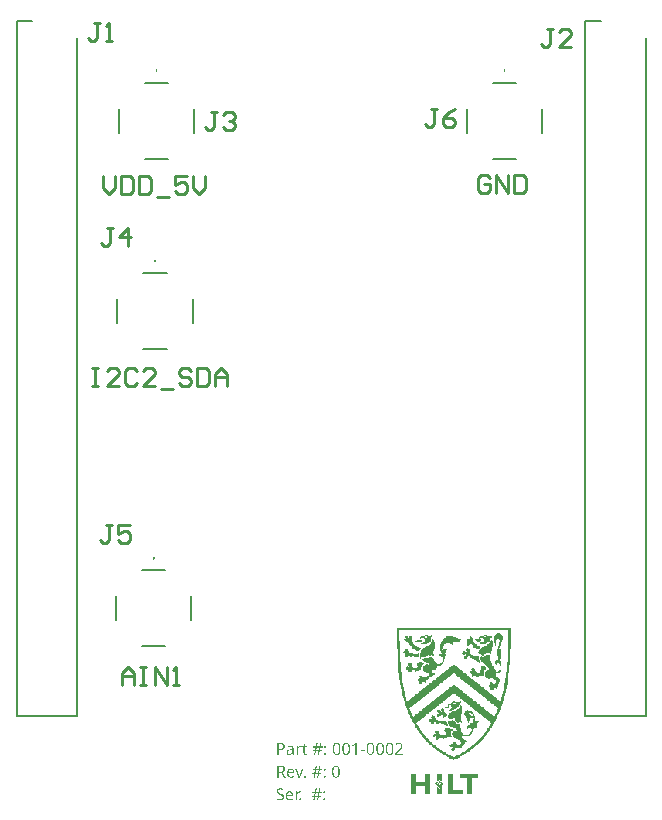
<source format=gto>
G04*
G04 #@! TF.GenerationSoftware,Altium Limited,Altium Designer,25.8.1 (18)*
G04*
G04 Layer_Color=65535*
%FSLAX44Y44*%
%MOMM*%
G71*
G04*
G04 #@! TF.SameCoordinates,B4FD2330-8F18-4F1E-BBFD-ABE2F71AA5CF*
G04*
G04*
G04 #@! TF.FilePolarity,Positive*
G04*
G01*
G75*
%ADD10C,0.2000*%
%ADD11C,0.2540*%
G36*
X263677Y70627D02*
X263536D01*
Y69777D01*
X263394D01*
Y69070D01*
X263253D01*
Y68362D01*
X264951D01*
Y67372D01*
X262970D01*
Y66806D01*
X262828D01*
Y66098D01*
X262687D01*
Y65391D01*
X262545D01*
Y65107D01*
X264527D01*
Y64117D01*
X262404D01*
Y63834D01*
X262262D01*
Y63126D01*
X262121D01*
Y62419D01*
X261979D01*
Y61711D01*
X261838D01*
Y61287D01*
X260847D01*
Y61428D01*
X260989D01*
Y62136D01*
X261130D01*
Y62702D01*
X261272D01*
Y63409D01*
X261413D01*
Y64117D01*
X259432D01*
Y63975D01*
X259291D01*
Y63268D01*
X259149D01*
Y62560D01*
X259007D01*
Y61711D01*
X258866D01*
Y61287D01*
X258017D01*
Y61994D01*
X258158D01*
Y62843D01*
X258300D01*
Y63551D01*
X258441D01*
Y64117D01*
X256743D01*
Y65107D01*
X258724D01*
Y65815D01*
X258866D01*
Y66523D01*
X259007D01*
Y67230D01*
X259149D01*
Y67372D01*
X257168D01*
Y68362D01*
X259291D01*
Y68787D01*
X259432D01*
Y69636D01*
X259573D01*
Y70343D01*
X259715D01*
Y71051D01*
X259856D01*
Y71334D01*
X260706D01*
Y70627D01*
X260564D01*
Y69919D01*
X260423D01*
Y69211D01*
X260281D01*
Y68362D01*
X262262D01*
Y68504D01*
X262404D01*
Y69353D01*
X262545D01*
Y70061D01*
X262687D01*
Y70768D01*
X262828D01*
Y71334D01*
X263677D01*
Y70627D01*
D02*
G37*
G36*
X246979Y68787D02*
X247262D01*
Y68079D01*
X247120D01*
Y67655D01*
X246979D01*
Y67796D01*
X245705D01*
Y67655D01*
X245422D01*
Y67513D01*
X245139D01*
Y67372D01*
X244998D01*
Y67230D01*
X244856D01*
Y67089D01*
X244715D01*
Y66947D01*
X244573D01*
Y66664D01*
X244431D01*
Y66523D01*
X244290D01*
Y66098D01*
X244148D01*
Y61287D01*
X243016D01*
Y68787D01*
X243865D01*
Y68362D01*
X244007D01*
Y67938D01*
Y67796D01*
Y67372D01*
X244290D01*
Y67655D01*
X244431D01*
Y67796D01*
X244573D01*
Y67938D01*
X244715D01*
Y68079D01*
X244856D01*
Y68221D01*
X244998D01*
Y68362D01*
X245139D01*
Y68504D01*
X245280D01*
Y68645D01*
X245564D01*
Y68787D01*
X246130D01*
Y68928D01*
X246979D01*
Y68787D01*
D02*
G37*
G36*
X267498D02*
X267781D01*
Y68645D01*
X267923D01*
Y68504D01*
X268064D01*
Y67513D01*
X267923D01*
Y67372D01*
X267781D01*
Y67230D01*
X267498D01*
Y67089D01*
X267074D01*
Y67230D01*
X266649D01*
Y67372D01*
X266508D01*
Y67796D01*
X266366D01*
Y68221D01*
X266508D01*
Y68645D01*
X266649D01*
Y68787D01*
X266932D01*
Y68928D01*
X267498D01*
Y68787D01*
D02*
G37*
G36*
X301037Y64541D02*
X297641D01*
Y65532D01*
X301037D01*
Y64541D01*
D02*
G37*
G36*
X293962Y62419D02*
Y62277D01*
Y61287D01*
X292829D01*
Y69919D01*
X292688D01*
Y69777D01*
X292546D01*
Y69636D01*
X292263D01*
Y69494D01*
X292122D01*
Y69353D01*
X291980D01*
Y69211D01*
X291839D01*
Y69070D01*
X291697D01*
Y68928D01*
X291414D01*
Y68787D01*
X291273D01*
Y68645D01*
X291131D01*
Y68504D01*
X290707D01*
Y68787D01*
X290565D01*
Y68928D01*
X290424D01*
Y69070D01*
X290282D01*
Y69211D01*
X290424D01*
Y69353D01*
X290565D01*
Y69494D01*
X290848D01*
Y69636D01*
X290990D01*
Y69777D01*
X291131D01*
Y69919D01*
X291273D01*
Y70061D01*
X291556D01*
Y70202D01*
X291697D01*
Y70343D01*
X291839D01*
Y70485D01*
X291980D01*
Y70627D01*
X292263D01*
Y70768D01*
X292405D01*
Y70910D01*
X292546D01*
Y71051D01*
X292688D01*
Y71193D01*
X292971D01*
Y71334D01*
X293962D01*
Y62419D01*
D02*
G37*
G36*
X238346Y68787D02*
X239054D01*
Y68645D01*
X239478D01*
Y68504D01*
X239620D01*
Y68362D01*
X239903D01*
Y68221D01*
X240044D01*
Y67938D01*
X240186D01*
Y67796D01*
X240327D01*
Y67372D01*
X240469D01*
Y61287D01*
X239620D01*
Y61853D01*
X239478D01*
Y62419D01*
X239337D01*
Y62277D01*
X239195D01*
Y62136D01*
X239054D01*
Y61994D01*
X238912D01*
Y61853D01*
X238771D01*
Y61711D01*
X238488D01*
Y61570D01*
X238346D01*
Y61428D01*
X238063D01*
Y61287D01*
X237356D01*
Y61145D01*
X236365D01*
Y61287D01*
X235799D01*
Y61428D01*
X235516D01*
Y61570D01*
X235233D01*
Y61711D01*
X235091D01*
Y61853D01*
X234950D01*
Y61994D01*
X234809D01*
Y62277D01*
X234667D01*
Y62702D01*
X234526D01*
Y62843D01*
Y62985D01*
Y64117D01*
X234667D01*
Y64400D01*
X234809D01*
Y64683D01*
X234950D01*
Y64824D01*
X235091D01*
Y64966D01*
X235233D01*
Y65107D01*
X235375D01*
Y65249D01*
X235658D01*
Y65391D01*
X235941D01*
Y65532D01*
X236365D01*
Y65673D01*
X237356D01*
Y65815D01*
X239337D01*
Y67089D01*
X239195D01*
Y67372D01*
X239054D01*
Y67513D01*
X238912D01*
Y67655D01*
X238771D01*
Y67796D01*
X238346D01*
Y67938D01*
X237073D01*
Y67796D01*
X236507D01*
Y67655D01*
X236224D01*
Y67513D01*
X235799D01*
Y67372D01*
X235658D01*
Y67655D01*
X235516D01*
Y67938D01*
X235375D01*
Y68362D01*
X235658D01*
Y68504D01*
X236082D01*
Y68645D01*
X236507D01*
Y68787D01*
X237356D01*
Y68928D01*
X238346D01*
Y68787D01*
D02*
G37*
G36*
X229997Y71193D02*
X230988D01*
Y71051D01*
X231412D01*
Y70910D01*
X231695D01*
Y70768D01*
X231978D01*
Y70627D01*
X232120D01*
Y70485D01*
X232261D01*
Y70343D01*
X232403D01*
Y70202D01*
X232544D01*
Y70061D01*
X232686D01*
Y69777D01*
X232827D01*
Y69353D01*
X232969D01*
Y68645D01*
X233110D01*
Y68221D01*
X232969D01*
Y67372D01*
X232827D01*
Y67089D01*
X232686D01*
Y66806D01*
X232544D01*
Y66523D01*
X232403D01*
Y66381D01*
X232261D01*
Y66240D01*
X232120D01*
Y66098D01*
X231978D01*
Y65957D01*
X231837D01*
Y65815D01*
X231554D01*
Y65673D01*
X231271D01*
Y65532D01*
X230846D01*
Y65391D01*
X230138D01*
Y65249D01*
X227874D01*
Y61287D01*
X226742D01*
Y68362D01*
Y68504D01*
Y71334D01*
X229997D01*
Y71193D01*
D02*
G37*
G36*
X322123Y71334D02*
X322830D01*
Y71193D01*
X323113D01*
Y71051D01*
X323396D01*
Y70910D01*
X323538D01*
Y70768D01*
X323680D01*
Y70627D01*
X323821D01*
Y70485D01*
X323963D01*
Y70343D01*
X324104D01*
Y70202D01*
X324245D01*
Y69919D01*
X324387D01*
Y69636D01*
X324529D01*
Y69211D01*
X324670D01*
Y68787D01*
X324812D01*
Y68079D01*
X324953D01*
Y67372D01*
Y67230D01*
Y64400D01*
X324812D01*
Y63692D01*
X324670D01*
Y63268D01*
X324529D01*
Y62985D01*
X324387D01*
Y62702D01*
X324245D01*
Y62419D01*
X324104D01*
Y62277D01*
X323963D01*
Y61994D01*
X323821D01*
Y61853D01*
X323680D01*
Y61711D01*
X323396D01*
Y61570D01*
X323255D01*
Y61428D01*
X322830D01*
Y61287D01*
X322264D01*
Y61145D01*
X321274D01*
Y61287D01*
X320708D01*
Y61428D01*
X320283D01*
Y61570D01*
X320142D01*
Y61711D01*
X319859D01*
Y61853D01*
X319717D01*
Y61994D01*
X319576D01*
Y62136D01*
X319434D01*
Y62419D01*
X319293D01*
Y62560D01*
X319151D01*
Y62843D01*
X319009D01*
Y63268D01*
X318868D01*
Y63692D01*
X318727D01*
Y64258D01*
X318585D01*
Y65107D01*
X318443D01*
Y67513D01*
X318585D01*
Y68504D01*
X318727D01*
Y69070D01*
X318868D01*
Y69494D01*
X319009D01*
Y69777D01*
X319151D01*
Y70061D01*
X319293D01*
Y70343D01*
X319434D01*
Y70485D01*
X319576D01*
Y70627D01*
X319717D01*
Y70768D01*
X319859D01*
Y70910D01*
X320000D01*
Y71051D01*
X320283D01*
Y71193D01*
X320566D01*
Y71334D01*
X321274D01*
Y71476D01*
X322123D01*
Y71334D01*
D02*
G37*
G36*
X314056D02*
X314764D01*
Y71193D01*
X315047D01*
Y71051D01*
X315330D01*
Y70910D01*
X315472D01*
Y70768D01*
X315613D01*
Y70627D01*
X315755D01*
Y70485D01*
X315896D01*
Y70343D01*
X316038D01*
Y70202D01*
X316179D01*
Y69919D01*
X316321D01*
Y69636D01*
X316462D01*
Y69211D01*
X316604D01*
Y68787D01*
X316745D01*
Y68079D01*
X316887D01*
Y64400D01*
X316745D01*
Y63692D01*
X316604D01*
Y63268D01*
X316462D01*
Y62985D01*
X316321D01*
Y62702D01*
X316179D01*
Y62419D01*
X316038D01*
Y62277D01*
X315896D01*
Y61994D01*
X315755D01*
Y61853D01*
X315613D01*
Y61711D01*
X315330D01*
Y61570D01*
X315189D01*
Y61428D01*
X314764D01*
Y61287D01*
X314198D01*
Y61145D01*
X313207D01*
Y61287D01*
X312641D01*
Y61428D01*
X312217D01*
Y61570D01*
X312075D01*
Y61711D01*
X311792D01*
Y61853D01*
X311651D01*
Y61994D01*
X311509D01*
Y62136D01*
X311368D01*
Y62419D01*
X311226D01*
Y62560D01*
X311085D01*
Y62843D01*
X310943D01*
Y63268D01*
X310802D01*
Y63692D01*
X310660D01*
Y64258D01*
X310519D01*
Y65107D01*
X310377D01*
Y67513D01*
X310519D01*
Y68504D01*
X310660D01*
Y69070D01*
X310802D01*
Y69494D01*
X310943D01*
Y69777D01*
X311085D01*
Y70061D01*
X311226D01*
Y70343D01*
X311368D01*
Y70485D01*
X311509D01*
Y70627D01*
X311651D01*
Y70768D01*
X311792D01*
Y70910D01*
X311934D01*
Y71051D01*
X312217D01*
Y71193D01*
X312500D01*
Y71334D01*
X313207D01*
Y71476D01*
X314056D01*
Y71334D01*
D02*
G37*
G36*
X305990D02*
X306698D01*
Y71193D01*
X306981D01*
Y71051D01*
X307264D01*
Y70910D01*
X307405D01*
Y70768D01*
X307547D01*
Y70627D01*
X307688D01*
Y70485D01*
X307830D01*
Y70343D01*
X307971D01*
Y70202D01*
X308113D01*
Y69919D01*
X308254D01*
Y69636D01*
X308396D01*
Y69211D01*
X308537D01*
Y68787D01*
X308679D01*
Y68079D01*
X308820D01*
Y64683D01*
Y64541D01*
Y64400D01*
X308679D01*
Y63692D01*
X308537D01*
Y63268D01*
X308396D01*
Y62985D01*
X308254D01*
Y62702D01*
X308113D01*
Y62419D01*
X307971D01*
Y62277D01*
X307830D01*
Y61994D01*
X307688D01*
Y61853D01*
X307547D01*
Y61711D01*
X307264D01*
Y61570D01*
X307122D01*
Y61428D01*
X306698D01*
Y61287D01*
X306132D01*
Y61145D01*
X305141D01*
Y61287D01*
X304575D01*
Y61428D01*
X304151D01*
Y61570D01*
X304009D01*
Y61711D01*
X303726D01*
Y61853D01*
X303584D01*
Y61994D01*
X303443D01*
Y62136D01*
X303301D01*
Y62419D01*
X303160D01*
Y62560D01*
X303018D01*
Y62843D01*
X302877D01*
Y63268D01*
X302735D01*
Y63692D01*
X302594D01*
Y64258D01*
X302452D01*
Y65107D01*
X302311D01*
Y67513D01*
X302452D01*
Y68504D01*
X302594D01*
Y69070D01*
X302735D01*
Y69494D01*
X302877D01*
Y69777D01*
X303018D01*
Y70061D01*
X303160D01*
Y70343D01*
X303301D01*
Y70485D01*
X303443D01*
Y70627D01*
X303584D01*
Y70768D01*
X303726D01*
Y70910D01*
X303867D01*
Y71051D01*
X304151D01*
Y71193D01*
X304433D01*
Y71334D01*
X305141D01*
Y71476D01*
X305990D01*
Y71334D01*
D02*
G37*
G36*
X285329D02*
X286037D01*
Y71193D01*
X286320D01*
Y71051D01*
X286603D01*
Y70910D01*
X286744D01*
Y70768D01*
X286886D01*
Y70627D01*
X287027D01*
Y70485D01*
X287169D01*
Y70343D01*
X287310D01*
Y70202D01*
X287452D01*
Y69919D01*
X287593D01*
Y69636D01*
X287735D01*
Y69211D01*
X287876D01*
Y68787D01*
X288018D01*
Y68079D01*
X288159D01*
Y64400D01*
X288018D01*
Y63692D01*
X287876D01*
Y63268D01*
X287735D01*
Y62985D01*
X287593D01*
Y62702D01*
X287452D01*
Y62419D01*
X287310D01*
Y62277D01*
X287169D01*
Y61994D01*
X287027D01*
Y61853D01*
X286886D01*
Y61711D01*
X286603D01*
Y61570D01*
X286461D01*
Y61428D01*
X286037D01*
Y61287D01*
X285471D01*
Y61145D01*
X284480D01*
Y61287D01*
X283914D01*
Y61428D01*
X283489D01*
Y61570D01*
X283348D01*
Y61711D01*
X283065D01*
Y61853D01*
X282923D01*
Y61994D01*
X282782D01*
Y62136D01*
X282640D01*
Y62419D01*
X282499D01*
Y62560D01*
X282357D01*
Y62843D01*
X282216D01*
Y63268D01*
X282074D01*
Y63692D01*
X281933D01*
Y64258D01*
X281791D01*
Y65107D01*
X281650D01*
Y67513D01*
X281791D01*
Y68504D01*
X281933D01*
Y69070D01*
X282074D01*
Y69494D01*
X282216D01*
Y69777D01*
X282357D01*
Y70061D01*
X282499D01*
Y70343D01*
X282640D01*
Y70485D01*
X282782D01*
Y70627D01*
X282923D01*
Y70768D01*
X283065D01*
Y70910D01*
X283206D01*
Y71051D01*
X283489D01*
Y71193D01*
X283772D01*
Y71334D01*
X284480D01*
Y71476D01*
X285329D01*
Y71334D01*
D02*
G37*
G36*
X277263D02*
X277970D01*
Y71193D01*
X278253D01*
Y71051D01*
X278536D01*
Y70910D01*
X278678D01*
Y70768D01*
X278819D01*
Y70627D01*
X278961D01*
Y70485D01*
X279102D01*
Y70343D01*
X279244D01*
Y70202D01*
X279386D01*
Y69919D01*
X279527D01*
Y69636D01*
X279669D01*
Y69211D01*
X279810D01*
Y68787D01*
X279951D01*
Y68504D01*
Y68362D01*
Y68079D01*
X280093D01*
Y64400D01*
X279951D01*
Y63692D01*
X279810D01*
Y63268D01*
X279669D01*
Y62985D01*
X279527D01*
Y62702D01*
X279386D01*
Y62419D01*
X279244D01*
Y62277D01*
X279102D01*
Y61994D01*
X278961D01*
Y61853D01*
X278819D01*
Y61711D01*
X278536D01*
Y61570D01*
X278395D01*
Y61428D01*
X277970D01*
Y61287D01*
X277404D01*
Y61145D01*
X276414D01*
Y61287D01*
X275848D01*
Y61428D01*
X275423D01*
Y61570D01*
X275282D01*
Y61711D01*
X274998D01*
Y61853D01*
X274857D01*
Y61994D01*
X274715D01*
Y62136D01*
X274574D01*
Y62419D01*
X274433D01*
Y62560D01*
X274291D01*
Y62843D01*
X274149D01*
Y63268D01*
X274008D01*
Y63692D01*
X273866D01*
Y64258D01*
X273725D01*
Y65107D01*
X273583D01*
Y67513D01*
X273725D01*
Y68504D01*
X273866D01*
Y69070D01*
X274008D01*
Y69494D01*
X274149D01*
Y69777D01*
X274291D01*
Y70061D01*
X274433D01*
Y70343D01*
X274574D01*
Y70485D01*
X274715D01*
Y70627D01*
X274857D01*
Y70768D01*
X274998D01*
Y70910D01*
X275140D01*
Y71051D01*
X275423D01*
Y71193D01*
X275706D01*
Y71334D01*
X276414D01*
Y71476D01*
X277263D01*
Y71334D01*
D02*
G37*
G36*
X267498Y62843D02*
X267781D01*
Y62702D01*
X267923D01*
Y62560D01*
X268064D01*
Y61570D01*
X267923D01*
Y61428D01*
X267781D01*
Y61287D01*
X267498D01*
Y61145D01*
X267074D01*
Y61287D01*
X266649D01*
Y61428D01*
X266508D01*
Y61853D01*
X266366D01*
Y61994D01*
Y62277D01*
X266508D01*
Y62702D01*
X266649D01*
Y62843D01*
X266932D01*
Y62985D01*
X267498D01*
Y62843D01*
D02*
G37*
G36*
X250092Y68787D02*
X252215D01*
Y67796D01*
X250092D01*
Y62843D01*
X250233D01*
Y62560D01*
X250375D01*
Y62419D01*
X250517D01*
Y62277D01*
X250800D01*
Y62136D01*
X251932D01*
Y62277D01*
X252215D01*
Y61287D01*
X251507D01*
Y61145D01*
X250658D01*
Y61287D01*
X250092D01*
Y61428D01*
X249667D01*
Y61570D01*
X249526D01*
Y61711D01*
X249384D01*
Y61853D01*
X249243D01*
Y62136D01*
X249101D01*
Y62419D01*
X248960D01*
Y63126D01*
X248818D01*
Y67796D01*
X247828D01*
Y68362D01*
X247969D01*
Y68504D01*
X248252D01*
Y68645D01*
X248535D01*
Y68787D01*
X248818D01*
Y68928D01*
X248960D01*
Y69353D01*
X249101D01*
Y69777D01*
X249243D01*
Y69919D01*
Y70343D01*
X249384D01*
Y70485D01*
X250092D01*
Y68787D01*
D02*
G37*
G36*
X263111Y51381D02*
X262970D01*
Y50532D01*
X262828D01*
Y49824D01*
X262687D01*
Y49116D01*
X264385D01*
Y48126D01*
X262404D01*
Y47560D01*
X262262D01*
Y46852D01*
X262121D01*
Y46144D01*
X261979D01*
Y45862D01*
X263960D01*
Y44871D01*
X261838D01*
Y44588D01*
X261696D01*
Y43880D01*
X261555D01*
Y43173D01*
X261413D01*
Y42465D01*
X261272D01*
Y42041D01*
X260281D01*
Y42182D01*
X260423D01*
Y42890D01*
X260564D01*
Y43456D01*
X260706D01*
Y44163D01*
X260847D01*
Y44871D01*
X258866D01*
Y44729D01*
X258724D01*
Y44022D01*
X258583D01*
Y43314D01*
X258441D01*
Y42465D01*
X258300D01*
Y42041D01*
X257451D01*
Y42748D01*
X257592D01*
Y43597D01*
X257734D01*
Y44305D01*
X257875D01*
Y44871D01*
X256177D01*
Y45862D01*
X258158D01*
Y46569D01*
X258300D01*
Y47277D01*
X258441D01*
Y47984D01*
X258583D01*
Y48126D01*
X256602D01*
Y49116D01*
X258724D01*
Y49541D01*
X258866D01*
Y50390D01*
X259007D01*
Y51097D01*
X259149D01*
Y51805D01*
X259291D01*
Y52088D01*
X260140D01*
Y51381D01*
X259998D01*
Y50673D01*
X259856D01*
Y49965D01*
X259715D01*
Y49116D01*
X261696D01*
Y49258D01*
X261838D01*
Y50107D01*
X261979D01*
Y50814D01*
X262121D01*
Y51522D01*
X262262D01*
Y52088D01*
X263111D01*
Y51381D01*
D02*
G37*
G36*
X266932Y49541D02*
X267215D01*
Y49399D01*
X267357D01*
Y49258D01*
X267498D01*
Y48267D01*
X267357D01*
Y48126D01*
X267215D01*
Y47984D01*
X266932D01*
Y47843D01*
X266508D01*
Y47984D01*
X266083D01*
Y48126D01*
X265942D01*
Y48550D01*
X265800D01*
Y48975D01*
X265942D01*
Y49399D01*
X266083D01*
Y49541D01*
X266366D01*
Y49682D01*
X266932D01*
Y49541D01*
D02*
G37*
G36*
X248818Y49399D02*
X248677D01*
Y48975D01*
X248535D01*
Y48550D01*
X248394D01*
Y48267D01*
X248252D01*
Y47843D01*
X248111D01*
Y47560D01*
X247969D01*
Y47135D01*
X247828D01*
Y46711D01*
X247686D01*
Y46428D01*
X247545D01*
Y46003D01*
X247403D01*
Y45578D01*
X247262D01*
Y45296D01*
X247120D01*
Y44871D01*
X246979D01*
Y44588D01*
X246837D01*
Y44163D01*
X246696D01*
Y43739D01*
X246554D01*
Y43456D01*
X246413D01*
Y43031D01*
X246271D01*
Y42607D01*
X246130D01*
Y42324D01*
X245988D01*
Y42041D01*
X244573D01*
Y42324D01*
X244431D01*
Y42748D01*
X244290D01*
Y43173D01*
X244148D01*
Y43456D01*
X244007D01*
Y43880D01*
X243865D01*
Y44305D01*
X243724D01*
Y44588D01*
X243582D01*
Y45012D01*
X243441D01*
Y45296D01*
X243299D01*
Y45720D01*
X243158D01*
Y46144D01*
X243016D01*
Y46428D01*
X242875D01*
Y46852D01*
X242733D01*
Y47277D01*
X242592D01*
Y47560D01*
X242450D01*
Y47984D01*
X242309D01*
Y48409D01*
X242167D01*
Y48692D01*
X242026D01*
Y49116D01*
X241884D01*
Y49399D01*
X241743D01*
Y49541D01*
X243016D01*
Y49399D01*
X243158D01*
Y48975D01*
X243299D01*
Y48550D01*
X243441D01*
Y48126D01*
X243582D01*
Y47843D01*
X243724D01*
Y47418D01*
X243865D01*
Y46994D01*
X244007D01*
Y46569D01*
X244148D01*
Y46144D01*
X244290D01*
Y45862D01*
X244431D01*
Y45437D01*
X244573D01*
Y45012D01*
X244715D01*
Y44588D01*
X244856D01*
Y44163D01*
X244998D01*
Y43739D01*
X245139D01*
Y43173D01*
X245422D01*
Y43597D01*
X245564D01*
Y44022D01*
X245705D01*
Y44446D01*
X245847D01*
Y44871D01*
X245988D01*
Y45296D01*
X246130D01*
Y45720D01*
X246271D01*
Y46144D01*
X246413D01*
Y46428D01*
X246554D01*
Y46852D01*
X246696D01*
Y47277D01*
X246837D01*
Y47701D01*
X246979D01*
Y48126D01*
X247120D01*
Y48409D01*
X247262D01*
Y48692D01*
Y48833D01*
X247403D01*
Y49258D01*
X247545D01*
Y49541D01*
X248818D01*
Y49399D01*
D02*
G37*
G36*
X230138Y51947D02*
X230988D01*
Y51805D01*
X231412D01*
Y51664D01*
X231837D01*
Y51522D01*
X231978D01*
Y51381D01*
X232261D01*
Y51239D01*
X232403D01*
Y51097D01*
X232544D01*
Y50814D01*
X232686D01*
Y50673D01*
X232827D01*
Y50248D01*
X232969D01*
Y49399D01*
X233110D01*
Y48975D01*
X232969D01*
Y48126D01*
X232827D01*
Y47843D01*
X232686D01*
Y47560D01*
X232544D01*
Y47418D01*
X232403D01*
Y47277D01*
X232261D01*
Y47135D01*
X232120D01*
Y46994D01*
X231837D01*
Y46852D01*
X231695D01*
Y46711D01*
X231412D01*
Y46569D01*
X231129D01*
Y46286D01*
X231271D01*
Y46003D01*
X231412D01*
Y45720D01*
X231554D01*
Y45578D01*
X231695D01*
Y45296D01*
X231837D01*
Y45154D01*
X231978D01*
Y44871D01*
X232120D01*
Y44588D01*
X232261D01*
Y44446D01*
X232403D01*
Y44163D01*
X232544D01*
Y43880D01*
X232686D01*
Y43739D01*
X232827D01*
Y43456D01*
X232969D01*
Y43314D01*
X233110D01*
Y43031D01*
X233252D01*
Y42748D01*
X233393D01*
Y42607D01*
X233535D01*
Y42324D01*
X233676D01*
Y42041D01*
X232403D01*
Y42182D01*
X232261D01*
Y42465D01*
X232120D01*
Y42607D01*
X231978D01*
Y42890D01*
X231837D01*
Y43173D01*
X231695D01*
Y43314D01*
X231554D01*
Y43597D01*
X231412D01*
Y43880D01*
X231271D01*
Y44022D01*
X231129D01*
Y44305D01*
X230988D01*
Y44588D01*
X230846D01*
Y44729D01*
X230705D01*
Y45012D01*
X230563D01*
Y45296D01*
X230422D01*
Y45578D01*
X230280D01*
Y45720D01*
X230138D01*
Y46003D01*
X229997D01*
Y46144D01*
X227874D01*
Y42041D01*
X226742D01*
Y52088D01*
X230138D01*
Y51947D01*
D02*
G37*
G36*
X276697Y52088D02*
X277404D01*
Y51947D01*
X277687D01*
Y51805D01*
X277970D01*
Y51664D01*
X278112D01*
Y51522D01*
X278253D01*
Y51381D01*
X278395D01*
Y51239D01*
X278536D01*
Y51097D01*
X278678D01*
Y50956D01*
X278819D01*
Y50673D01*
X278961D01*
Y50390D01*
X279102D01*
Y49965D01*
X279244D01*
Y49541D01*
X279386D01*
Y48833D01*
X279527D01*
Y45154D01*
X279386D01*
Y44446D01*
X279244D01*
Y44022D01*
X279102D01*
Y43880D01*
Y43739D01*
X278961D01*
Y43456D01*
X278819D01*
Y43173D01*
X278678D01*
Y43031D01*
X278536D01*
Y42748D01*
X278395D01*
Y42607D01*
X278253D01*
Y42465D01*
X277970D01*
Y42324D01*
X277829D01*
Y42182D01*
X277404D01*
Y42041D01*
X276838D01*
Y41899D01*
X275848D01*
Y42041D01*
X275282D01*
Y42182D01*
X274857D01*
Y42324D01*
X274715D01*
Y42465D01*
X274433D01*
Y42607D01*
X274291D01*
Y42748D01*
X274149D01*
Y42890D01*
X274008D01*
Y43173D01*
X273866D01*
Y43314D01*
X273725D01*
Y43597D01*
X273583D01*
Y44022D01*
X273442D01*
Y44446D01*
X273300D01*
Y45012D01*
X273159D01*
Y45862D01*
X273017D01*
Y48267D01*
X273159D01*
Y49258D01*
X273300D01*
Y49824D01*
X273442D01*
Y50248D01*
X273583D01*
Y50532D01*
X273725D01*
Y50814D01*
X273866D01*
Y51097D01*
X274008D01*
Y51239D01*
X274149D01*
Y51381D01*
X274291D01*
Y51522D01*
X274433D01*
Y51664D01*
X274574D01*
Y51805D01*
X274857D01*
Y51947D01*
X275140D01*
Y52088D01*
X275848D01*
Y52230D01*
X276697D01*
Y52088D01*
D02*
G37*
G36*
X266932Y43597D02*
X267215D01*
Y43456D01*
X267357D01*
Y43314D01*
X267498D01*
Y42324D01*
X267357D01*
Y42182D01*
X267215D01*
Y42041D01*
X266932D01*
Y41899D01*
X266508D01*
Y42041D01*
X266083D01*
Y42182D01*
X265942D01*
Y42607D01*
X265800D01*
Y43031D01*
X265942D01*
Y43456D01*
X266083D01*
Y43597D01*
X266366D01*
Y43739D01*
X266932D01*
Y43597D01*
D02*
G37*
G36*
X250375D02*
X250658D01*
Y43456D01*
X250800D01*
Y43314D01*
X250941D01*
Y42324D01*
X250800D01*
Y42182D01*
X250658D01*
Y42041D01*
X250375D01*
Y41899D01*
X249951D01*
Y42041D01*
X249526D01*
Y42182D01*
X249384D01*
Y42607D01*
X249243D01*
Y43031D01*
X249384D01*
Y43456D01*
X249526D01*
Y43597D01*
X249809D01*
Y43739D01*
X250375D01*
Y43597D01*
D02*
G37*
G36*
X238629Y49541D02*
X239337D01*
Y49399D01*
X239620D01*
Y49258D01*
X239903D01*
Y49116D01*
X240044D01*
Y48975D01*
X240327D01*
Y48833D01*
X240469D01*
Y48550D01*
X240611D01*
Y48409D01*
X240752D01*
Y48126D01*
X240894D01*
Y47843D01*
X241035D01*
Y47418D01*
X241177D01*
Y45578D01*
X236082D01*
Y45012D01*
X236224D01*
Y44446D01*
X236365D01*
Y44022D01*
X236507D01*
Y43880D01*
X236648D01*
Y43597D01*
X236790D01*
Y43456D01*
X236931D01*
Y43314D01*
X237214D01*
Y43173D01*
X237497D01*
Y43031D01*
X237780D01*
Y42890D01*
X239478D01*
Y43031D01*
X240044D01*
Y43173D01*
X240611D01*
Y43314D01*
X240894D01*
Y42324D01*
X240469D01*
Y42182D01*
X240044D01*
Y42041D01*
X239195D01*
Y41899D01*
X237922D01*
Y42041D01*
X237214D01*
Y42182D01*
X236931D01*
Y42324D01*
X236507D01*
Y42465D01*
X236365D01*
Y42607D01*
X236082D01*
Y42748D01*
X235941D01*
Y42890D01*
X235799D01*
Y43031D01*
X235658D01*
Y43314D01*
X235516D01*
Y43456D01*
X235375D01*
Y43739D01*
X235233D01*
Y44163D01*
X235091D01*
Y44588D01*
X234950D01*
Y46852D01*
X235091D01*
Y47418D01*
X235233D01*
Y47843D01*
X235375D01*
Y48126D01*
X235516D01*
Y48267D01*
X235658D01*
Y48550D01*
X235799D01*
Y48692D01*
X235941D01*
Y48833D01*
X236082D01*
Y48975D01*
X236224D01*
Y49116D01*
X236507D01*
Y49258D01*
X236790D01*
Y49399D01*
X237073D01*
Y49541D01*
X237780D01*
Y49682D01*
X238629D01*
Y49541D01*
D02*
G37*
G36*
X230138Y32842D02*
X230988D01*
Y32701D01*
X231554D01*
Y32559D01*
X231978D01*
Y31993D01*
X231837D01*
Y31569D01*
X231695D01*
Y31427D01*
X231412D01*
Y31569D01*
X231129D01*
Y31710D01*
X230705D01*
Y31852D01*
X230138D01*
Y31993D01*
X228582D01*
Y31852D01*
X228157D01*
Y31710D01*
X228016D01*
Y31569D01*
X227874D01*
Y31427D01*
X227733D01*
Y31286D01*
X227591D01*
Y31003D01*
X227450D01*
Y29870D01*
X227591D01*
Y29587D01*
X227733D01*
Y29446D01*
X227874D01*
Y29304D01*
X228016D01*
Y29163D01*
X228157D01*
Y29021D01*
X228440D01*
Y28880D01*
X228723D01*
Y28738D01*
X229006D01*
Y28597D01*
X229289D01*
Y28455D01*
X229714D01*
Y28314D01*
X229997D01*
Y28172D01*
X230280D01*
Y28031D01*
X230563D01*
Y27889D01*
X230846D01*
Y27748D01*
X231129D01*
Y27606D01*
X231412D01*
Y27465D01*
X231554D01*
Y27323D01*
X231695D01*
Y27182D01*
X231837D01*
Y26899D01*
X231978D01*
Y26757D01*
X232120D01*
Y26332D01*
X232261D01*
Y24634D01*
X232120D01*
Y24210D01*
X231978D01*
Y24068D01*
X231837D01*
Y23785D01*
X231695D01*
Y23644D01*
X231554D01*
Y23502D01*
X231412D01*
Y23361D01*
X231129D01*
Y23219D01*
X230988D01*
Y23078D01*
X230563D01*
Y22936D01*
X230138D01*
Y22795D01*
X229431D01*
Y22653D01*
X228016D01*
Y22795D01*
X226884D01*
Y22936D01*
X226459D01*
Y23078D01*
X226035D01*
Y24210D01*
X226318D01*
Y24068D01*
X226601D01*
Y23927D01*
X227167D01*
Y23785D01*
X227874D01*
Y23644D01*
X229714D01*
Y23785D01*
X230138D01*
Y23927D01*
X230422D01*
Y24068D01*
X230563D01*
Y24210D01*
X230705D01*
Y24351D01*
X230846D01*
Y24493D01*
X230988D01*
Y24776D01*
X231129D01*
Y25908D01*
X230988D01*
Y26191D01*
X230846D01*
Y26332D01*
X230705D01*
Y26474D01*
X230563D01*
Y26616D01*
X230422D01*
Y26757D01*
X230138D01*
Y26899D01*
X229855D01*
Y27040D01*
X229573D01*
Y27182D01*
X229289D01*
Y27323D01*
X228865D01*
Y27465D01*
X228440D01*
Y27606D01*
X228157D01*
Y27748D01*
X227874D01*
Y27889D01*
X227591D01*
Y28031D01*
X227450D01*
Y28172D01*
X227167D01*
Y28314D01*
X227025D01*
Y28455D01*
X226884D01*
Y28597D01*
X226742D01*
Y28738D01*
X226601D01*
Y29021D01*
X226459D01*
Y29304D01*
X226318D01*
Y29870D01*
X226176D01*
Y30861D01*
X226318D01*
Y31427D01*
X226459D01*
Y31710D01*
X226601D01*
Y31852D01*
X226742D01*
Y31993D01*
X226884D01*
Y32135D01*
X227025D01*
Y32276D01*
X227167D01*
Y32418D01*
X227450D01*
Y32559D01*
X227733D01*
Y32701D01*
X228157D01*
Y32842D01*
X228865D01*
Y32984D01*
X230138D01*
Y32842D01*
D02*
G37*
G36*
X262970Y32135D02*
X262828D01*
Y31286D01*
X262687D01*
Y30578D01*
X262545D01*
Y29870D01*
X264244D01*
Y28880D01*
X262262D01*
Y28314D01*
X262121D01*
Y27606D01*
X261979D01*
Y26899D01*
X261838D01*
Y26616D01*
X263819D01*
Y25625D01*
X261696D01*
Y25342D01*
X261555D01*
Y24634D01*
X261413D01*
Y23927D01*
X261272D01*
Y23219D01*
X261130D01*
Y22795D01*
X260140D01*
Y22936D01*
X260281D01*
Y23644D01*
X260423D01*
Y24210D01*
X260564D01*
Y24917D01*
X260706D01*
Y25625D01*
X258724D01*
Y25484D01*
X258583D01*
Y24776D01*
X258441D01*
Y24068D01*
X258300D01*
Y23219D01*
X258158D01*
Y22795D01*
X257309D01*
Y23502D01*
X257451D01*
Y24351D01*
X257592D01*
Y25059D01*
X257734D01*
Y25625D01*
X256036D01*
Y26616D01*
X258017D01*
Y27323D01*
X258158D01*
Y28031D01*
X258300D01*
Y28738D01*
X258441D01*
Y28880D01*
X256460D01*
Y29870D01*
X258583D01*
Y30295D01*
X258724D01*
Y31144D01*
X258866D01*
Y31852D01*
X259007D01*
Y32559D01*
X259149D01*
Y32842D01*
X259998D01*
Y32135D01*
X259856D01*
Y31427D01*
X259715D01*
Y30719D01*
X259573D01*
Y29870D01*
X261555D01*
Y30012D01*
X261696D01*
Y30861D01*
X261838D01*
Y31569D01*
X261979D01*
Y32276D01*
X262121D01*
Y32842D01*
X262970D01*
Y32135D01*
D02*
G37*
G36*
X246130Y30295D02*
X246413D01*
Y29587D01*
X246271D01*
Y29163D01*
X246130D01*
Y29304D01*
X244856D01*
Y29163D01*
X244573D01*
Y29021D01*
X244290D01*
Y28880D01*
X244148D01*
Y28738D01*
X244007D01*
Y28597D01*
X243865D01*
Y28455D01*
X243724D01*
Y28172D01*
X243582D01*
Y28031D01*
X243441D01*
Y27606D01*
X243299D01*
Y22795D01*
X242167D01*
Y23078D01*
Y23219D01*
Y30295D01*
X243016D01*
Y29870D01*
X243158D01*
Y28880D01*
X243441D01*
Y29163D01*
X243582D01*
Y29304D01*
X243724D01*
Y29446D01*
X243865D01*
Y29587D01*
X244007D01*
Y29729D01*
X244148D01*
Y29870D01*
X244290D01*
Y30012D01*
X244431D01*
Y30153D01*
X244715D01*
Y30295D01*
X245280D01*
Y30436D01*
X246130D01*
Y30295D01*
D02*
G37*
G36*
X266791D02*
X267074D01*
Y30153D01*
X267215D01*
Y30012D01*
X267357D01*
Y29021D01*
X267215D01*
Y28880D01*
X267074D01*
Y28738D01*
X266791D01*
Y28597D01*
X266366D01*
Y28738D01*
X265942D01*
Y28880D01*
X265800D01*
Y29304D01*
X265659D01*
Y29729D01*
X265800D01*
Y30153D01*
X265942D01*
Y30295D01*
X266225D01*
Y30436D01*
X266791D01*
Y30295D01*
D02*
G37*
G36*
Y24351D02*
X267074D01*
Y24210D01*
X267215D01*
Y24068D01*
X267357D01*
Y23078D01*
X267215D01*
Y22936D01*
X267074D01*
Y22795D01*
X266791D01*
Y22653D01*
X266366D01*
Y22795D01*
X265942D01*
Y22936D01*
X265800D01*
Y23361D01*
X265659D01*
Y23785D01*
X265800D01*
Y24210D01*
X265942D01*
Y24351D01*
X266225D01*
Y24493D01*
X266791D01*
Y24351D01*
D02*
G37*
G36*
X246554D02*
X246837D01*
Y24210D01*
X246979D01*
Y24068D01*
X247120D01*
Y23078D01*
X246979D01*
Y22936D01*
X246837D01*
Y22795D01*
X246554D01*
Y22653D01*
X246130D01*
Y22795D01*
X245705D01*
Y22936D01*
X245564D01*
Y23361D01*
X245422D01*
Y23785D01*
X245564D01*
Y24210D01*
X245705D01*
Y24351D01*
X245988D01*
Y24493D01*
X246554D01*
Y24351D01*
D02*
G37*
G36*
X237497Y30295D02*
X238205D01*
Y30153D01*
X238488D01*
Y30012D01*
X238771D01*
Y29870D01*
X238912D01*
Y29729D01*
X239195D01*
Y29587D01*
X239337D01*
Y29304D01*
X239478D01*
Y29163D01*
X239620D01*
Y28880D01*
X239762D01*
Y28597D01*
X239903D01*
Y28172D01*
X240044D01*
Y26332D01*
X234950D01*
Y25766D01*
X235091D01*
Y25200D01*
X235233D01*
Y24776D01*
X235375D01*
Y24634D01*
X235516D01*
Y24351D01*
X235658D01*
Y24210D01*
X235799D01*
Y24068D01*
X236082D01*
Y23927D01*
X236365D01*
Y23785D01*
X236648D01*
Y23644D01*
X238346D01*
Y23785D01*
X238912D01*
Y23927D01*
X239478D01*
Y24068D01*
X239762D01*
Y23078D01*
X239337D01*
Y22936D01*
X238912D01*
Y22795D01*
X238063D01*
Y22653D01*
X236790D01*
Y22795D01*
X236082D01*
Y22936D01*
X235799D01*
Y23078D01*
X235375D01*
Y23219D01*
X235233D01*
Y23361D01*
X234950D01*
Y23502D01*
X234809D01*
Y23644D01*
X234667D01*
Y23785D01*
X234526D01*
Y24068D01*
X234384D01*
Y24210D01*
X234242D01*
Y24493D01*
X234101D01*
Y24917D01*
X233959D01*
Y25342D01*
X233818D01*
Y27606D01*
X233959D01*
Y28172D01*
X234101D01*
Y28597D01*
X234242D01*
Y28880D01*
X234384D01*
Y29021D01*
X234526D01*
Y29304D01*
X234667D01*
Y29446D01*
X234809D01*
Y29587D01*
X234950D01*
Y29729D01*
X235091D01*
Y29870D01*
X235375D01*
Y30012D01*
X235658D01*
Y30153D01*
X235941D01*
Y30295D01*
X236648D01*
Y30436D01*
X237497D01*
Y30295D01*
D02*
G37*
G36*
X330189Y71334D02*
X330897D01*
Y71193D01*
X331180D01*
Y71051D01*
X331463D01*
Y70910D01*
X331746D01*
Y70768D01*
X331887D01*
Y70627D01*
X332029D01*
Y70485D01*
X332170D01*
Y70343D01*
X332312D01*
Y70061D01*
X332453D01*
Y69636D01*
X332595D01*
Y67938D01*
X332453D01*
Y67513D01*
X332312D01*
Y67089D01*
X332170D01*
Y66947D01*
X332029D01*
Y66664D01*
X331887D01*
Y66381D01*
X331746D01*
Y66240D01*
X331604D01*
Y66098D01*
X331463D01*
Y65957D01*
X331321D01*
Y65815D01*
X331180D01*
Y65532D01*
X331038D01*
Y65391D01*
X330897D01*
Y65249D01*
X330755D01*
Y65107D01*
X330614D01*
Y64966D01*
X330472D01*
Y64824D01*
X330331D01*
Y64683D01*
X330189D01*
Y64541D01*
X330048D01*
Y64400D01*
X329906D01*
Y64258D01*
X329765D01*
Y64117D01*
X329623D01*
Y63975D01*
X329482D01*
Y63834D01*
X329340D01*
Y63692D01*
X329198D01*
Y63551D01*
X329057D01*
Y63409D01*
X328915D01*
Y63268D01*
X328774D01*
Y63126D01*
X328633D01*
Y62985D01*
X328491D01*
Y62843D01*
X328349D01*
Y62702D01*
X328208D01*
Y62560D01*
X328066D01*
Y62419D01*
X333019D01*
Y61287D01*
X326510D01*
Y62419D01*
X326651D01*
Y62560D01*
X326793D01*
Y62702D01*
X326934D01*
Y62843D01*
X327076D01*
Y62985D01*
X327217D01*
Y63126D01*
X327359D01*
Y63268D01*
X327500D01*
Y63409D01*
X327642D01*
Y63551D01*
X327783D01*
Y63692D01*
X327925D01*
Y63834D01*
X328066D01*
Y63975D01*
X328208D01*
Y64117D01*
X328349D01*
Y64258D01*
X328491D01*
Y64400D01*
X328633D01*
Y64541D01*
X328774D01*
Y64683D01*
X328915D01*
Y64824D01*
X329057D01*
Y64966D01*
X329198D01*
Y65107D01*
X329340D01*
Y65249D01*
X329482D01*
Y65391D01*
X329623D01*
Y65532D01*
X329765D01*
Y65673D01*
X329906D01*
Y65815D01*
X330048D01*
Y65957D01*
X330189D01*
Y66098D01*
X330331D01*
Y66381D01*
X330472D01*
Y66523D01*
X330614D01*
Y66664D01*
X330755D01*
Y66806D01*
X330897D01*
Y67089D01*
X331038D01*
Y67372D01*
X331180D01*
Y67655D01*
X331321D01*
Y68079D01*
X331463D01*
Y69353D01*
X331321D01*
Y69636D01*
X331180D01*
Y69919D01*
X331038D01*
Y70061D01*
X330897D01*
Y70202D01*
X330614D01*
Y70343D01*
X330189D01*
Y70485D01*
X328915D01*
Y70343D01*
X328491D01*
Y70202D01*
X328208D01*
Y70061D01*
X327925D01*
Y69919D01*
X327783D01*
Y69777D01*
X327500D01*
Y69636D01*
X327359D01*
Y69494D01*
X327217D01*
Y69636D01*
X327076D01*
Y69777D01*
X326934D01*
Y69919D01*
X326793D01*
Y70061D01*
X326651D01*
Y70343D01*
X326934D01*
Y70485D01*
X327076D01*
Y70627D01*
X327217D01*
Y70768D01*
X327500D01*
Y70910D01*
X327783D01*
Y71051D01*
X328066D01*
Y71193D01*
X328491D01*
Y71334D01*
X329198D01*
Y71476D01*
X330189D01*
Y71334D01*
D02*
G37*
G36*
X424200Y150528D02*
X423545D01*
Y137427D01*
X422890D01*
Y130222D01*
X422235D01*
Y124981D01*
X421580D01*
Y120396D01*
X420925D01*
Y117121D01*
X420270D01*
Y113846D01*
X419615D01*
Y111225D01*
X418960D01*
Y109260D01*
X418305D01*
Y106640D01*
X417649D01*
Y104675D01*
X416995D01*
Y102710D01*
X416339D01*
Y100744D01*
X415684D01*
Y99434D01*
X415029D01*
Y97469D01*
X414374D01*
Y96159D01*
X413719D01*
Y94849D01*
X413064D01*
Y92884D01*
X412409D01*
Y91574D01*
X411754D01*
Y90264D01*
X411099D01*
Y88954D01*
X410444D01*
Y88298D01*
X409789D01*
Y86988D01*
X409134D01*
Y85678D01*
X408479D01*
Y84368D01*
X407824D01*
Y83713D01*
X407169D01*
Y82403D01*
X406514D01*
Y81748D01*
X405859D01*
Y80438D01*
X405204D01*
Y79783D01*
X404548D01*
Y79128D01*
X403893D01*
Y77818D01*
X403238D01*
Y77162D01*
X402583D01*
Y76508D01*
X401928D01*
Y75852D01*
X401273D01*
Y74542D01*
X400618D01*
Y73887D01*
X399963D01*
Y73232D01*
X399308D01*
Y72577D01*
X398653D01*
Y71922D01*
X397998D01*
Y71267D01*
X397343D01*
Y70612D01*
X396688D01*
Y69957D01*
X396033D01*
Y69302D01*
X394723D01*
Y68647D01*
X394068D01*
Y67992D01*
X393413D01*
Y67337D01*
X392757D01*
Y66682D01*
X392103D01*
Y66027D01*
X390792D01*
Y65372D01*
X390137D01*
Y64717D01*
X389482D01*
Y64061D01*
X388172D01*
Y63406D01*
X387517D01*
Y62751D01*
X386207D01*
Y62096D01*
X384897D01*
Y61441D01*
X384242D01*
Y60786D01*
X382932D01*
Y60131D01*
X381622D01*
Y59476D01*
X380967D01*
Y58821D01*
X379656D01*
Y58166D01*
X378346D01*
Y57511D01*
X376381D01*
Y56856D01*
X375726D01*
Y57511D01*
X373761D01*
Y58166D01*
X372451D01*
Y58821D01*
X371796D01*
Y59476D01*
X370486D01*
Y60131D01*
X369176D01*
Y60786D01*
X367865D01*
Y61441D01*
X367211D01*
Y62096D01*
X365900D01*
Y62751D01*
X364590D01*
Y63406D01*
X363935D01*
Y64061D01*
X363280D01*
Y64717D01*
X361970D01*
Y65372D01*
X361315D01*
Y66027D01*
X360005D01*
Y66682D01*
X359350D01*
Y67337D01*
X358695D01*
Y67992D01*
X358040D01*
Y68647D01*
X357385D01*
Y69302D01*
X356075D01*
Y69957D01*
X355420D01*
Y70612D01*
X354765D01*
Y71267D01*
X354109D01*
Y71922D01*
X353454D01*
Y72577D01*
X352799D01*
Y73232D01*
X352144D01*
Y73887D01*
X351489D01*
Y74542D01*
X350834D01*
Y75852D01*
X350179D01*
Y76508D01*
X349524D01*
Y77162D01*
X348869D01*
Y77818D01*
X348214D01*
Y79128D01*
X347559D01*
Y79783D01*
X346904D01*
Y80438D01*
X346249D01*
Y81748D01*
X345594D01*
Y82403D01*
X344939D01*
Y83713D01*
X344284D01*
Y84368D01*
X343629D01*
Y85678D01*
X342974D01*
Y86988D01*
X342318D01*
Y88298D01*
X341663D01*
Y88954D01*
X341008D01*
Y90264D01*
X340353D01*
Y91574D01*
X339698D01*
Y92884D01*
X339043D01*
Y94849D01*
X338388D01*
Y96159D01*
X337733D01*
Y97469D01*
X337078D01*
Y99434D01*
X336423D01*
Y100744D01*
X335768D01*
Y102710D01*
X335113D01*
Y104675D01*
X334458D01*
Y105985D01*
Y106640D01*
X333803D01*
Y109260D01*
X333148D01*
Y111225D01*
X332493D01*
Y113846D01*
X331838D01*
Y117121D01*
X331183D01*
Y120396D01*
X330527D01*
Y124981D01*
X329873D01*
Y130222D01*
X329217D01*
Y137427D01*
X328562D01*
Y150528D01*
X327907D01*
Y168870D01*
X424200D01*
Y150528D01*
D02*
G37*
G36*
X363347Y45117D02*
X363553D01*
Y39957D01*
X363760D01*
Y39751D01*
X363966D01*
Y39545D01*
X364173D01*
Y39338D01*
X364379D01*
Y39132D01*
X364585D01*
Y38719D01*
X364792D01*
Y38513D01*
X364998D01*
Y38306D01*
X365411D01*
Y38100D01*
X365824D01*
Y37894D01*
X366030D01*
Y37687D01*
X366236D01*
Y37481D01*
X366443D01*
Y37274D01*
X366649D01*
Y37068D01*
X367062D01*
Y36862D01*
X367268D01*
Y36449D01*
X367062D01*
Y36243D01*
X366855D01*
Y36036D01*
X366649D01*
Y35830D01*
X366443D01*
Y35624D01*
X366236D01*
Y35417D01*
X366030D01*
Y35211D01*
X365824D01*
Y35004D01*
X365411D01*
Y35211D01*
X365204D01*
Y34798D01*
X364998D01*
Y34385D01*
X364792D01*
Y34179D01*
X364585D01*
Y33972D01*
X364379D01*
Y33560D01*
X364173D01*
Y33353D01*
X363553D01*
Y33560D01*
X363347D01*
Y33766D01*
X363141D01*
Y34179D01*
X362934D01*
Y34385D01*
X362728D01*
Y34592D01*
X362522D01*
Y34798D01*
X362109D01*
Y35004D01*
X361696D01*
Y35211D01*
X361490D01*
Y35417D01*
X361283D01*
Y35624D01*
X361077D01*
Y35830D01*
X360871D01*
Y36036D01*
X360664D01*
Y36243D01*
X360458D01*
Y36449D01*
X360251D01*
Y36862D01*
X360458D01*
Y37068D01*
X360664D01*
Y37274D01*
X360871D01*
Y37481D01*
X361077D01*
Y37687D01*
X361283D01*
Y37894D01*
X361490D01*
Y38100D01*
X361902D01*
Y38306D01*
X362109D01*
Y38513D01*
X362315D01*
Y38719D01*
X362522D01*
Y38925D01*
X362728D01*
Y39338D01*
X362109D01*
Y39132D01*
X361902D01*
Y38719D01*
X361490D01*
Y40577D01*
Y40783D01*
Y45117D01*
X361696D01*
Y45323D01*
X361902D01*
Y45117D01*
X362522D01*
Y45323D01*
X362934D01*
Y45117D01*
X363141D01*
Y45323D01*
X363347D01*
Y45117D01*
D02*
G37*
G36*
X364585D02*
X366030D01*
Y39751D01*
Y39545D01*
Y38719D01*
X365411D01*
Y38925D01*
X365204D01*
Y39132D01*
X364998D01*
Y39338D01*
X364792D01*
Y39545D01*
X364585D01*
Y39751D01*
X364379D01*
Y39957D01*
X364173D01*
Y40164D01*
X363966D01*
Y45117D01*
X364173D01*
Y45323D01*
X364585D01*
Y45117D01*
D02*
G37*
G36*
X356124Y27781D02*
X352203D01*
Y27988D01*
X351996D01*
Y34798D01*
X343948D01*
Y29432D01*
X343741D01*
Y27781D01*
X339820D01*
Y27988D01*
X339614D01*
Y37894D01*
Y38100D01*
Y45117D01*
X343948D01*
Y44910D01*
X343741D01*
Y41608D01*
X343948D01*
Y38100D01*
X351790D01*
Y38306D01*
X351996D01*
Y45117D01*
X356124D01*
Y27781D01*
D02*
G37*
G36*
X396780Y44910D02*
X396986D01*
Y42021D01*
X396780D01*
Y41815D01*
X391414D01*
Y41608D01*
X391208D01*
Y27781D01*
X387286D01*
Y27988D01*
X387080D01*
Y41815D01*
X381508D01*
Y44291D01*
X381302D01*
Y45117D01*
X396780D01*
Y44910D01*
D02*
G37*
G36*
X375523Y36862D02*
Y36655D01*
Y31290D01*
X383572D01*
Y27988D01*
X383365D01*
Y27781D01*
X371808D01*
Y27988D01*
X371396D01*
Y45117D01*
X375523D01*
Y36862D01*
D02*
G37*
G36*
X366030Y27988D02*
X365411D01*
Y27781D01*
X364173D01*
Y27988D01*
X363966D01*
Y32734D01*
X364173D01*
Y32941D01*
X364379D01*
Y33353D01*
X364585D01*
Y33560D01*
X364792D01*
Y33766D01*
X364998D01*
Y33972D01*
X365204D01*
Y34179D01*
X365411D01*
Y34385D01*
X365617D01*
Y34592D01*
X366030D01*
Y27988D01*
D02*
G37*
G36*
X361902Y34385D02*
X362109D01*
Y34179D01*
X362315D01*
Y33972D01*
X362522D01*
Y33560D01*
X362728D01*
Y33353D01*
X362934D01*
Y33147D01*
X363141D01*
Y32941D01*
X363347D01*
Y32734D01*
X363553D01*
Y27988D01*
X363347D01*
Y27781D01*
X361902D01*
Y27988D01*
X361490D01*
Y33353D01*
Y33560D01*
Y34592D01*
X361902D01*
Y34385D01*
D02*
G37*
%LPC*%
G36*
X262121Y67372D02*
X259998D01*
Y66947D01*
X259856D01*
Y66240D01*
X259715D01*
Y65532D01*
X259573D01*
Y65391D01*
Y65107D01*
X261696D01*
Y65673D01*
X261838D01*
Y66381D01*
X261979D01*
Y67230D01*
X262121D01*
Y67372D01*
D02*
G37*
G36*
X239337Y64966D02*
X236931D01*
Y64824D01*
X236507D01*
Y64683D01*
X236224D01*
Y64541D01*
X236082D01*
Y64400D01*
X235941D01*
Y64117D01*
X235799D01*
Y63692D01*
X235658D01*
Y63126D01*
X235799D01*
Y62702D01*
X235941D01*
Y62560D01*
X236082D01*
Y62419D01*
X236224D01*
Y62277D01*
X236507D01*
Y62136D01*
X237780D01*
Y62277D01*
X238205D01*
Y62419D01*
X238488D01*
Y62560D01*
X238629D01*
Y62702D01*
X238771D01*
Y62843D01*
X238912D01*
Y62985D01*
X239054D01*
Y63126D01*
X239195D01*
Y63551D01*
X239337D01*
Y64966D01*
D02*
G37*
G36*
X230138Y70343D02*
X227874D01*
Y66240D01*
X230138D01*
Y66381D01*
X230705D01*
Y66523D01*
X230988D01*
Y66664D01*
X231129D01*
Y66806D01*
X231271D01*
Y66947D01*
X231412D01*
Y67089D01*
X231554D01*
Y67372D01*
X231695D01*
Y67796D01*
X231837D01*
Y68928D01*
X231695D01*
Y69353D01*
X231554D01*
Y69494D01*
X231412D01*
Y69636D01*
X231271D01*
Y69777D01*
X231129D01*
Y69919D01*
X230988D01*
Y70061D01*
X230705D01*
Y70202D01*
X230138D01*
Y70343D01*
D02*
G37*
G36*
X322264Y70485D02*
X321132D01*
Y70343D01*
X320849D01*
Y70202D01*
X320566D01*
Y70061D01*
X320425D01*
Y69919D01*
X320283D01*
Y69636D01*
X320142D01*
Y69353D01*
X320000D01*
Y69070D01*
X319859D01*
Y68504D01*
X319717D01*
Y67372D01*
X319576D01*
Y65249D01*
X319717D01*
Y64117D01*
X319859D01*
Y63551D01*
X320000D01*
Y63268D01*
X320142D01*
Y62985D01*
X320283D01*
Y62702D01*
X320425D01*
Y62560D01*
X320566D01*
Y62419D01*
X320849D01*
Y62277D01*
X321132D01*
Y62136D01*
X322264D01*
Y62277D01*
X322689D01*
Y62419D01*
X322830D01*
Y62560D01*
X322972D01*
Y62702D01*
X323113D01*
Y62843D01*
X323255D01*
Y63126D01*
X323396D01*
Y63409D01*
X323538D01*
Y63834D01*
X323680D01*
Y64541D01*
X323821D01*
Y68079D01*
X323680D01*
Y68787D01*
X323538D01*
Y69211D01*
X323396D01*
Y69494D01*
X323255D01*
Y69777D01*
X323113D01*
Y69919D01*
X322972D01*
Y70061D01*
X322830D01*
Y70202D01*
X322547D01*
Y70343D01*
X322264D01*
Y70485D01*
D02*
G37*
G36*
X314198D02*
X313066D01*
Y70343D01*
X312783D01*
Y70202D01*
X312500D01*
Y70061D01*
X312358D01*
Y69919D01*
X312217D01*
Y69636D01*
X312075D01*
Y69353D01*
X311934D01*
Y69070D01*
X311792D01*
Y68504D01*
X311651D01*
Y67372D01*
X311509D01*
Y65249D01*
X311651D01*
Y64258D01*
Y64117D01*
X311792D01*
Y63551D01*
X311934D01*
Y63268D01*
X312075D01*
Y62985D01*
X312217D01*
Y62702D01*
X312358D01*
Y62560D01*
X312500D01*
Y62419D01*
X312783D01*
Y62277D01*
X313066D01*
Y62136D01*
X314198D01*
Y62277D01*
X314622D01*
Y62419D01*
X314764D01*
Y62560D01*
X314906D01*
Y62702D01*
X315047D01*
Y62843D01*
X315189D01*
Y63126D01*
X315330D01*
Y63409D01*
X315472D01*
Y63834D01*
X315613D01*
Y64541D01*
X315755D01*
Y68079D01*
X315613D01*
Y68787D01*
X315472D01*
Y69211D01*
X315330D01*
Y69494D01*
X315189D01*
Y69777D01*
X315047D01*
Y69919D01*
X314906D01*
Y70061D01*
X314764D01*
Y70202D01*
X314481D01*
Y70343D01*
X314198D01*
Y70485D01*
D02*
G37*
G36*
X306132D02*
X305000D01*
Y70343D01*
X304716D01*
Y70202D01*
X304433D01*
Y70061D01*
X304292D01*
Y69919D01*
X304151D01*
Y69636D01*
X304009D01*
Y69353D01*
X303867D01*
Y69070D01*
X303726D01*
Y68504D01*
X303584D01*
Y67372D01*
X303443D01*
Y65249D01*
X303584D01*
Y64117D01*
X303726D01*
Y63551D01*
X303867D01*
Y63268D01*
X304009D01*
Y62985D01*
X304151D01*
Y62702D01*
X304292D01*
Y62560D01*
X304433D01*
Y62419D01*
X304716D01*
Y62277D01*
X305000D01*
Y62136D01*
X306132D01*
Y62277D01*
X306556D01*
Y62419D01*
X306698D01*
Y62560D01*
X306839D01*
Y62702D01*
X306981D01*
Y62843D01*
X307122D01*
Y63126D01*
X307264D01*
Y63409D01*
X307405D01*
Y63834D01*
X307547D01*
Y64541D01*
X307688D01*
Y68079D01*
X307547D01*
Y68787D01*
X307405D01*
Y69211D01*
X307264D01*
Y69494D01*
X307122D01*
Y69777D01*
X306981D01*
Y69919D01*
X306839D01*
Y70061D01*
X306698D01*
Y70202D01*
X306415D01*
Y70343D01*
X306132D01*
Y70485D01*
D02*
G37*
G36*
X285471D02*
X284338D01*
Y70343D01*
X284056D01*
Y70202D01*
X283772D01*
Y70061D01*
X283631D01*
Y69919D01*
X283489D01*
Y69636D01*
X283348D01*
Y69353D01*
X283206D01*
Y69070D01*
X283065D01*
Y68504D01*
X282923D01*
Y67372D01*
X282782D01*
Y66098D01*
Y65957D01*
Y65249D01*
X282923D01*
Y64117D01*
X283065D01*
Y63551D01*
X283206D01*
Y63268D01*
X283348D01*
Y62985D01*
X283489D01*
Y62702D01*
X283631D01*
Y62560D01*
X283772D01*
Y62419D01*
X284056D01*
Y62277D01*
X284338D01*
Y62136D01*
X285471D01*
Y62277D01*
X285895D01*
Y62419D01*
X286037D01*
Y62560D01*
X286178D01*
Y62702D01*
X286320D01*
Y62843D01*
X286461D01*
Y63126D01*
X286603D01*
Y63409D01*
X286744D01*
Y63834D01*
X286886D01*
Y64541D01*
X287027D01*
Y68079D01*
X286886D01*
Y68787D01*
X286744D01*
Y69211D01*
X286603D01*
Y69494D01*
X286461D01*
Y69777D01*
X286320D01*
Y69919D01*
X286178D01*
Y70061D01*
X286037D01*
Y70202D01*
X285754D01*
Y70343D01*
X285471D01*
Y70485D01*
D02*
G37*
G36*
X277404D02*
X276272D01*
Y70343D01*
X275989D01*
Y70202D01*
X275706D01*
Y70061D01*
X275565D01*
Y69919D01*
X275423D01*
Y69636D01*
X275282D01*
Y69353D01*
X275140D01*
Y69070D01*
X274998D01*
Y68504D01*
X274857D01*
Y67372D01*
X274715D01*
Y65249D01*
X274857D01*
Y64117D01*
X274998D01*
Y63551D01*
X275140D01*
Y63268D01*
X275282D01*
Y62985D01*
X275423D01*
Y62702D01*
X275565D01*
Y62560D01*
X275706D01*
Y62419D01*
X275989D01*
Y62277D01*
X276272D01*
Y62136D01*
X277404D01*
Y62277D01*
X277829D01*
Y62419D01*
X277970D01*
Y62560D01*
X278112D01*
Y62702D01*
X278253D01*
Y62843D01*
X278395D01*
Y63126D01*
X278536D01*
Y63409D01*
X278678D01*
Y63551D01*
Y63834D01*
X278819D01*
Y64541D01*
X278961D01*
Y68079D01*
X278819D01*
Y68787D01*
X278678D01*
Y69211D01*
X278536D01*
Y69494D01*
X278395D01*
Y69777D01*
X278253D01*
Y69919D01*
X278112D01*
Y70061D01*
X277970D01*
Y70202D01*
X277687D01*
Y70343D01*
X277404D01*
Y70485D01*
D02*
G37*
G36*
X261555Y48126D02*
X259432D01*
Y47701D01*
X259291D01*
Y46994D01*
X259149D01*
Y46286D01*
X259007D01*
Y45862D01*
X261130D01*
Y46428D01*
X261272D01*
Y46994D01*
Y47135D01*
X261413D01*
Y47984D01*
X261555D01*
Y48126D01*
D02*
G37*
G36*
X230280Y51097D02*
X227874D01*
Y47135D01*
X230280D01*
Y47277D01*
X230705D01*
Y47418D01*
X230988D01*
Y47560D01*
X231271D01*
Y47701D01*
X231412D01*
Y47984D01*
X231554D01*
Y48126D01*
X231695D01*
Y48550D01*
X231837D01*
Y49682D01*
X231695D01*
Y49965D01*
Y50107D01*
X231554D01*
Y50390D01*
X231412D01*
Y50532D01*
X231271D01*
Y50673D01*
X231129D01*
Y50814D01*
X230846D01*
Y50956D01*
X230280D01*
Y51097D01*
D02*
G37*
G36*
X276838Y51239D02*
X275706D01*
Y51097D01*
X275423D01*
Y50956D01*
X275140D01*
Y50814D01*
X274998D01*
Y50673D01*
X274857D01*
Y50390D01*
X274715D01*
Y50107D01*
X274574D01*
Y49824D01*
X274433D01*
Y49258D01*
X274291D01*
Y48126D01*
X274149D01*
Y46003D01*
X274291D01*
Y44871D01*
X274433D01*
Y44305D01*
X274574D01*
Y44022D01*
X274715D01*
Y43739D01*
X274857D01*
Y43456D01*
X274998D01*
Y43314D01*
X275140D01*
Y43173D01*
X275423D01*
Y43031D01*
X275706D01*
Y42890D01*
X276838D01*
Y43031D01*
X277263D01*
Y43173D01*
X277404D01*
Y43314D01*
X277546D01*
Y43456D01*
X277687D01*
Y43597D01*
X277829D01*
Y43880D01*
X277970D01*
Y44163D01*
X278112D01*
Y44588D01*
X278253D01*
Y45296D01*
X278395D01*
Y48833D01*
X278253D01*
Y49541D01*
X278112D01*
Y49965D01*
X277970D01*
Y50248D01*
X277829D01*
Y50532D01*
X277687D01*
Y50673D01*
X277546D01*
Y50814D01*
X277404D01*
Y50956D01*
X277121D01*
Y51097D01*
X276838D01*
Y51239D01*
D02*
G37*
G36*
X238771Y48692D02*
X237639D01*
Y48550D01*
X237214D01*
Y48409D01*
X236931D01*
Y48267D01*
X236790D01*
Y48126D01*
X236648D01*
Y47843D01*
X236507D01*
Y47701D01*
X236365D01*
Y47277D01*
X236224D01*
Y46711D01*
X236082D01*
Y46569D01*
X240044D01*
Y47135D01*
X239903D01*
Y47701D01*
X239762D01*
Y47984D01*
X239620D01*
Y48126D01*
X239478D01*
Y48267D01*
X239337D01*
Y48409D01*
X239195D01*
Y48550D01*
X238771D01*
Y48692D01*
D02*
G37*
G36*
X261413Y28880D02*
X259291D01*
Y28455D01*
X259149D01*
Y27748D01*
X259007D01*
Y27040D01*
X258866D01*
Y26616D01*
X260989D01*
Y27182D01*
X261130D01*
Y27889D01*
X261272D01*
Y28738D01*
X261413D01*
Y28880D01*
D02*
G37*
G36*
X237639Y29446D02*
X236507D01*
Y29304D01*
X236082D01*
Y29163D01*
X235799D01*
Y29021D01*
X235658D01*
Y28880D01*
X235516D01*
Y28597D01*
X235375D01*
Y28455D01*
X235233D01*
Y28031D01*
X235091D01*
Y27465D01*
X234950D01*
Y27323D01*
X238912D01*
Y27889D01*
X238771D01*
Y28455D01*
X238629D01*
Y28738D01*
X238488D01*
Y28880D01*
X238346D01*
Y29021D01*
X238205D01*
Y29163D01*
X238063D01*
Y29304D01*
X237639D01*
Y29446D01*
D02*
G37*
G36*
X422235Y166905D02*
X329873D01*
Y157734D01*
X330527D01*
Y140048D01*
X331183D01*
Y131532D01*
X331838D01*
Y126292D01*
X332493D01*
Y121706D01*
X333148D01*
Y118431D01*
X333803D01*
Y115156D01*
X334458D01*
Y112535D01*
X335113D01*
Y109915D01*
X335768D01*
Y107295D01*
X336423D01*
Y106640D01*
X337078D01*
Y107295D01*
X338388D01*
Y107950D01*
X339043D01*
Y108605D01*
X339698D01*
Y109260D01*
X340353D01*
Y109915D01*
X341663D01*
Y110570D01*
X342318D01*
Y111225D01*
X342974D01*
Y111880D01*
X343629D01*
Y112535D01*
X344939D01*
Y113190D01*
X345594D01*
Y113846D01*
X346249D01*
Y114501D01*
X346904D01*
Y115156D01*
X348214D01*
Y115811D01*
X348869D01*
Y116466D01*
X349524D01*
Y117121D01*
X350179D01*
Y117776D01*
X351489D01*
Y118431D01*
X352144D01*
Y119086D01*
X352799D01*
Y119741D01*
X353454D01*
Y120396D01*
X354765D01*
Y121051D01*
X355420D01*
Y121706D01*
X356075D01*
Y122361D01*
X357385D01*
Y123016D01*
X358040D01*
Y123671D01*
X358695D01*
Y124326D01*
X359350D01*
Y124981D01*
X360660D01*
Y125636D01*
X361315D01*
Y126292D01*
X361970D01*
Y126946D01*
X362625D01*
Y127602D01*
X363935D01*
Y128257D01*
X364590D01*
Y128912D01*
X365245D01*
Y129567D01*
X365900D01*
Y130222D01*
X367211D01*
Y130877D01*
X367865D01*
Y131532D01*
X368521D01*
Y132187D01*
X369176D01*
Y132842D01*
X370486D01*
Y133497D01*
X371141D01*
Y134152D01*
X371796D01*
Y134807D01*
X372451D01*
Y135462D01*
X373761D01*
Y136117D01*
X374416D01*
Y136772D01*
X375071D01*
Y137427D01*
X377036D01*
Y136772D01*
X377691D01*
Y136117D01*
X379001D01*
Y135462D01*
X379656D01*
Y134807D01*
X380312D01*
Y134152D01*
X380967D01*
Y133497D01*
X382277D01*
Y132842D01*
X382932D01*
Y132187D01*
X383587D01*
Y131532D01*
X384242D01*
Y130877D01*
X385552D01*
Y130222D01*
X386207D01*
Y129567D01*
X386862D01*
Y128912D01*
X387517D01*
Y128257D01*
X388827D01*
Y127602D01*
X389482D01*
Y126946D01*
X390137D01*
Y126292D01*
X390792D01*
Y125636D01*
X392103D01*
Y124981D01*
X392757D01*
Y124326D01*
X393413D01*
Y123671D01*
X394068D01*
Y123016D01*
X395378D01*
Y122361D01*
X396033D01*
Y121706D01*
X396688D01*
Y121051D01*
X397998D01*
Y120396D01*
X398653D01*
Y119741D01*
X399308D01*
Y119086D01*
X399963D01*
Y118431D01*
X401273D01*
Y117776D01*
X401928D01*
Y117121D01*
X402583D01*
Y116466D01*
X403238D01*
Y115811D01*
X404548D01*
Y115156D01*
X405204D01*
Y114501D01*
X405859D01*
Y113846D01*
X406514D01*
Y113190D01*
X407824D01*
Y112535D01*
X408479D01*
Y111880D01*
X409134D01*
Y111225D01*
X409789D01*
Y110570D01*
X411099D01*
Y109915D01*
X411754D01*
Y109260D01*
X412409D01*
Y108605D01*
X413064D01*
Y107950D01*
X414374D01*
Y107295D01*
X415029D01*
Y106640D01*
X415684D01*
Y107295D01*
X416339D01*
Y109915D01*
X416995D01*
Y112535D01*
X417649D01*
Y115156D01*
X418305D01*
Y118431D01*
X418960D01*
Y121706D01*
X419615D01*
Y126292D01*
X420270D01*
Y131532D01*
X420925D01*
Y140048D01*
X421580D01*
Y157734D01*
X422235D01*
Y166905D01*
D02*
G37*
G36*
X377036Y130222D02*
X375726D01*
Y129567D01*
X374416D01*
Y128912D01*
X373761D01*
Y128257D01*
X373106D01*
Y127602D01*
X372451D01*
Y126946D01*
X371141D01*
Y126292D01*
X370486D01*
Y125636D01*
X369831D01*
Y124981D01*
X369176D01*
Y124326D01*
X367865D01*
Y123671D01*
X367211D01*
Y123016D01*
X366555D01*
Y122361D01*
X365900D01*
Y121706D01*
X364590D01*
Y121051D01*
X363935D01*
Y120396D01*
X363280D01*
Y119741D01*
X361970D01*
Y119086D01*
X361315D01*
Y118431D01*
X360660D01*
Y117776D01*
X360005D01*
Y117121D01*
X358695D01*
Y116466D01*
X358040D01*
Y115811D01*
X357385D01*
Y115156D01*
X356730D01*
Y114501D01*
X355420D01*
Y113846D01*
X354765D01*
Y113190D01*
X354109D01*
Y112535D01*
X353454D01*
Y111880D01*
X352144D01*
Y111225D01*
X351489D01*
Y110570D01*
X350834D01*
Y109915D01*
X350179D01*
Y109260D01*
X348869D01*
Y108605D01*
X348214D01*
Y107950D01*
X347559D01*
Y107295D01*
X346249D01*
Y106640D01*
X345594D01*
Y105985D01*
X344939D01*
Y105330D01*
X344284D01*
Y104675D01*
X342974D01*
Y104020D01*
X342318D01*
Y103365D01*
X341663D01*
Y102710D01*
X341008D01*
Y102055D01*
X339698D01*
Y101399D01*
X339043D01*
Y100744D01*
X338388D01*
Y100089D01*
X339043D01*
Y98124D01*
X339698D01*
Y96814D01*
X340353D01*
Y95504D01*
X341008D01*
Y94194D01*
X341663D01*
Y93539D01*
X342318D01*
Y94194D01*
X342974D01*
Y94849D01*
X343629D01*
Y95504D01*
X344939D01*
Y96159D01*
X345594D01*
Y96814D01*
X346249D01*
Y97469D01*
X346904D01*
Y98124D01*
X348214D01*
Y98779D01*
X348869D01*
Y99434D01*
X349524D01*
Y100089D01*
X350179D01*
Y100744D01*
X351489D01*
Y101399D01*
X352144D01*
Y102055D01*
X352799D01*
Y102710D01*
X353454D01*
Y103365D01*
X354765D01*
Y104020D01*
X355420D01*
Y104675D01*
X356075D01*
Y105330D01*
X356730D01*
Y105985D01*
X358040D01*
Y106640D01*
X358695D01*
Y107295D01*
X359350D01*
Y107950D01*
X360005D01*
Y108605D01*
X361315D01*
Y109260D01*
X361970D01*
Y109915D01*
X362625D01*
Y110570D01*
X363935D01*
Y111225D01*
X364590D01*
Y111880D01*
X365245D01*
Y112535D01*
X365900D01*
Y113190D01*
X367211D01*
Y113846D01*
X367865D01*
Y114501D01*
X368521D01*
Y115156D01*
X369176D01*
Y115811D01*
X370486D01*
Y116466D01*
X371141D01*
Y117121D01*
X371796D01*
Y117776D01*
X372451D01*
Y118431D01*
X373761D01*
Y119086D01*
X374416D01*
Y119741D01*
X375071D01*
Y120396D01*
X377036D01*
Y119741D01*
X377691D01*
Y119086D01*
X379001D01*
Y118431D01*
X379656D01*
Y117776D01*
X380312D01*
Y117121D01*
X380967D01*
Y116466D01*
X382277D01*
Y115811D01*
X382932D01*
Y115156D01*
X383587D01*
Y114501D01*
X384242D01*
Y113846D01*
X385552D01*
Y113190D01*
X386207D01*
Y112535D01*
X386862D01*
Y111880D01*
X387517D01*
Y111225D01*
X388827D01*
Y110570D01*
X389482D01*
Y109915D01*
X390137D01*
Y109260D01*
X391447D01*
Y108605D01*
X392103D01*
Y107950D01*
X392757D01*
Y107295D01*
X393413D01*
Y106640D01*
X394723D01*
Y105985D01*
X395378D01*
Y105330D01*
X396033D01*
Y104675D01*
X396688D01*
Y104020D01*
X397998D01*
Y103365D01*
X398653D01*
Y102710D01*
X399308D01*
Y102055D01*
X399963D01*
Y101399D01*
X401273D01*
Y100744D01*
X401928D01*
Y100089D01*
X402583D01*
Y99434D01*
X403238D01*
Y98779D01*
X404548D01*
Y98124D01*
X405204D01*
Y97469D01*
X405859D01*
Y96814D01*
X406514D01*
Y96159D01*
X407824D01*
Y95504D01*
X408479D01*
Y94849D01*
X409134D01*
Y94194D01*
X411099D01*
Y95504D01*
X411754D01*
Y96814D01*
X412409D01*
Y98124D01*
X413064D01*
Y100089D01*
X413719D01*
Y100744D01*
X413064D01*
Y101399D01*
X412409D01*
Y102055D01*
X411754D01*
Y102710D01*
X410444D01*
Y103365D01*
X409789D01*
Y104020D01*
X409134D01*
Y104675D01*
X407824D01*
Y105330D01*
X407169D01*
Y105985D01*
X406514D01*
Y106640D01*
X405859D01*
Y107295D01*
X404548D01*
Y107950D01*
X403893D01*
Y108605D01*
X403238D01*
Y109260D01*
X402583D01*
Y109915D01*
X401273D01*
Y110570D01*
X400618D01*
Y111225D01*
X399963D01*
Y111880D01*
X399308D01*
Y112535D01*
X397998D01*
Y113190D01*
X397343D01*
Y113846D01*
X396688D01*
Y114501D01*
X396033D01*
Y115156D01*
X394723D01*
Y115811D01*
X394068D01*
Y116466D01*
X393413D01*
Y117121D01*
X392757D01*
Y117776D01*
X391447D01*
Y118431D01*
X390792D01*
Y119086D01*
X390137D01*
Y119741D01*
X389482D01*
Y120396D01*
X388172D01*
Y121051D01*
X387517D01*
Y121706D01*
X386862D01*
Y122361D01*
X385552D01*
Y123016D01*
X384897D01*
Y123671D01*
X384242D01*
Y124326D01*
X383587D01*
Y124981D01*
X382277D01*
Y125636D01*
X381622D01*
Y126292D01*
X380967D01*
Y126946D01*
X380312D01*
Y127602D01*
X379001D01*
Y128257D01*
X378346D01*
Y128912D01*
X377691D01*
Y129567D01*
X377036D01*
Y130222D01*
D02*
G37*
G36*
Y113190D02*
X375726D01*
Y112535D01*
X374416D01*
Y111880D01*
X373761D01*
Y111225D01*
X373106D01*
Y110570D01*
X371796D01*
Y109915D01*
X371141D01*
Y109260D01*
X370486D01*
Y108605D01*
X369831D01*
Y107950D01*
X368521D01*
Y107295D01*
X367865D01*
Y106640D01*
X367211D01*
Y105985D01*
X366555D01*
Y105330D01*
X365245D01*
Y104675D01*
X364590D01*
Y104020D01*
X363935D01*
Y103365D01*
X363280D01*
Y102710D01*
X361970D01*
Y102055D01*
X361315D01*
Y101399D01*
X360660D01*
Y100744D01*
X360005D01*
Y100089D01*
X358695D01*
Y99434D01*
X358040D01*
Y98779D01*
X357385D01*
Y98124D01*
X356730D01*
Y97469D01*
X355420D01*
Y96814D01*
X354765D01*
Y96159D01*
X354109D01*
Y95504D01*
X352799D01*
Y94849D01*
X352144D01*
Y94194D01*
X351489D01*
Y93539D01*
X350834D01*
Y92884D01*
X349524D01*
Y92229D01*
X348869D01*
Y91574D01*
X348214D01*
Y90919D01*
X347559D01*
Y90264D01*
X346249D01*
Y89608D01*
X345594D01*
Y88954D01*
X344939D01*
Y88298D01*
X344284D01*
Y87643D01*
X344939D01*
Y86333D01*
X345594D01*
Y85678D01*
X346249D01*
Y84368D01*
X346904D01*
Y83713D01*
X347559D01*
Y82403D01*
X348214D01*
Y81748D01*
X348869D01*
Y80438D01*
X349524D01*
Y79783D01*
X350179D01*
Y79128D01*
X350834D01*
Y77818D01*
X351489D01*
Y77162D01*
X352144D01*
Y76508D01*
X352799D01*
Y75852D01*
X353454D01*
Y75197D01*
X354109D01*
Y74542D01*
X354765D01*
Y73887D01*
X355420D01*
Y73232D01*
X356075D01*
Y72577D01*
X356730D01*
Y71922D01*
X357385D01*
Y71267D01*
X358040D01*
Y70612D01*
X358695D01*
Y69957D01*
X359350D01*
Y69302D01*
X360660D01*
Y68647D01*
X361315D01*
Y67992D01*
X361970D01*
Y67337D01*
X363280D01*
Y66682D01*
X363935D01*
Y66027D01*
X364590D01*
Y65372D01*
X365900D01*
Y64717D01*
X366555D01*
Y64061D01*
X367865D01*
Y63406D01*
X369176D01*
Y62751D01*
X369831D01*
Y62096D01*
X371141D01*
Y61441D01*
X372451D01*
Y60786D01*
X373761D01*
Y60131D01*
X375071D01*
Y59476D01*
X377036D01*
Y60131D01*
X378346D01*
Y60786D01*
X379656D01*
Y61441D01*
X380967D01*
Y62096D01*
X382277D01*
Y62751D01*
X382932D01*
Y63406D01*
X384242D01*
Y64061D01*
X385552D01*
Y64717D01*
X386207D01*
Y65372D01*
X387517D01*
Y66027D01*
X388172D01*
Y66682D01*
X388827D01*
Y67337D01*
X390137D01*
Y67992D01*
X390792D01*
Y68647D01*
X391447D01*
Y69302D01*
X392757D01*
Y69957D01*
X393413D01*
Y70612D01*
X394068D01*
Y71267D01*
X394723D01*
Y71922D01*
X395378D01*
Y72577D01*
X396033D01*
Y73232D01*
X396688D01*
Y73887D01*
X397343D01*
Y74542D01*
X397998D01*
Y75197D01*
X398653D01*
Y75852D01*
X399308D01*
Y76508D01*
X399963D01*
Y77162D01*
X400618D01*
Y77818D01*
X401273D01*
Y79128D01*
X401928D01*
Y79783D01*
X402583D01*
Y80438D01*
X403238D01*
Y81748D01*
X403893D01*
Y82403D01*
X404548D01*
Y83713D01*
X405204D01*
Y84368D01*
X405859D01*
Y85678D01*
X406514D01*
Y86333D01*
X407169D01*
Y87643D01*
X407824D01*
Y88298D01*
X407169D01*
Y88954D01*
X406514D01*
Y89608D01*
X405859D01*
Y90264D01*
X405204D01*
Y90919D01*
X403893D01*
Y91574D01*
X403238D01*
Y92229D01*
X402583D01*
Y92884D01*
X401928D01*
Y93539D01*
X400618D01*
Y94194D01*
X399963D01*
Y94849D01*
X399308D01*
Y95504D01*
X397998D01*
Y96159D01*
X397343D01*
Y96814D01*
X396688D01*
Y97469D01*
X396033D01*
Y98124D01*
X394723D01*
Y98779D01*
X394068D01*
Y99434D01*
X393413D01*
Y100089D01*
X392757D01*
Y100744D01*
X391447D01*
Y101399D01*
X390792D01*
Y102055D01*
X390137D01*
Y102710D01*
X389482D01*
Y103365D01*
X388172D01*
Y104020D01*
X387517D01*
Y104675D01*
X386862D01*
Y105330D01*
X386207D01*
Y105985D01*
X384897D01*
Y106640D01*
X384242D01*
Y107295D01*
X383587D01*
Y107950D01*
X382932D01*
Y108605D01*
X381622D01*
Y109260D01*
X380967D01*
Y109915D01*
X380312D01*
Y110570D01*
X379656D01*
Y111225D01*
X378346D01*
Y111880D01*
X377691D01*
Y112535D01*
X377036D01*
Y113190D01*
D02*
G37*
%LPD*%
G36*
X357385Y161009D02*
X356730D01*
Y157079D01*
X356075D01*
Y156424D01*
X355420D01*
Y155769D01*
X353454D01*
Y155114D01*
X348214D01*
Y155769D01*
X350179D01*
Y156424D01*
X350834D01*
Y157079D01*
X351489D01*
Y159044D01*
X350834D01*
Y160354D01*
X348214D01*
Y159699D01*
X347559D01*
Y161009D01*
X348214D01*
Y161664D01*
X350179D01*
Y162319D01*
X351489D01*
Y162974D01*
X354109D01*
Y162319D01*
X356730D01*
Y162974D01*
X357385D01*
Y161009D01*
D02*
G37*
G36*
X339698Y161664D02*
X340353D01*
Y157734D01*
X341008D01*
Y156424D01*
X341663D01*
Y155114D01*
X342318D01*
Y154459D01*
X342974D01*
Y153804D01*
X344284D01*
Y153149D01*
X344939D01*
Y152494D01*
X346904D01*
Y151839D01*
X348214D01*
Y150528D01*
X347559D01*
Y149873D01*
X346904D01*
Y149218D01*
X344284D01*
Y149873D01*
X343629D01*
Y150528D01*
X342318D01*
Y151184D01*
X341008D01*
Y152494D01*
X340353D01*
Y153804D01*
X339043D01*
Y154459D01*
X338388D01*
Y155769D01*
X337733D01*
Y156424D01*
X337078D01*
Y157079D01*
X335768D01*
Y157734D01*
X334458D01*
Y158389D01*
X333803D01*
Y159044D01*
X334458D01*
Y159699D01*
X335768D01*
Y160354D01*
X334458D01*
Y162319D01*
X337078D01*
Y161009D01*
X337733D01*
Y160354D01*
X338388D01*
Y162319D01*
X339698D01*
Y161664D01*
D02*
G37*
G36*
X390792Y161009D02*
X391447D01*
Y160354D01*
X392103D01*
Y157079D01*
X392757D01*
Y156424D01*
X393413D01*
Y155769D01*
X394068D01*
Y155114D01*
X395378D01*
Y154459D01*
X396033D01*
Y153804D01*
X397343D01*
Y153149D01*
X397998D01*
Y152494D01*
X398653D01*
Y151839D01*
X397998D01*
Y151184D01*
X397343D01*
Y150528D01*
X395378D01*
Y151184D01*
X394723D01*
Y151839D01*
X392757D01*
Y153804D01*
X392103D01*
Y154459D01*
X391447D01*
Y155114D01*
X389482D01*
Y154459D01*
X388827D01*
Y153804D01*
X386862D01*
Y155114D01*
X387517D01*
Y156424D01*
X388827D01*
Y157079D01*
X387517D01*
Y157734D01*
X386862D01*
Y159044D01*
X387517D01*
Y159699D01*
X388827D01*
Y159044D01*
X389482D01*
Y161664D01*
X390792D01*
Y161009D01*
D02*
G37*
G36*
X399308Y158389D02*
Y157734D01*
X397998D01*
Y157079D01*
X396033D01*
Y157734D01*
X394723D01*
Y158389D01*
X394068D01*
Y159044D01*
X399308D01*
Y158389D01*
D02*
G37*
G36*
X348869Y157734D02*
X349524D01*
Y157079D01*
X347559D01*
Y156424D01*
X344939D01*
Y157079D01*
X343629D01*
Y157734D01*
X344939D01*
Y158389D01*
X348869D01*
Y157734D01*
D02*
G37*
G36*
X403893Y162319D02*
X405204D01*
Y161664D01*
X407169D01*
Y162319D01*
X408479D01*
Y160354D01*
X407169D01*
Y159044D01*
X406514D01*
Y157079D01*
X405859D01*
Y156424D01*
X404548D01*
Y155769D01*
X403238D01*
Y155114D01*
X398653D01*
Y156424D01*
X400618D01*
Y157079D01*
X401273D01*
Y159699D01*
X400618D01*
Y160354D01*
X397998D01*
Y159699D01*
X397343D01*
Y161009D01*
X397998D01*
Y161664D01*
X399963D01*
Y162319D01*
X401273D01*
Y162974D01*
X403893D01*
Y162319D01*
D02*
G37*
G36*
X375726Y161009D02*
X377691D01*
Y160354D01*
X379656D01*
Y159699D01*
X382932D01*
Y159044D01*
X382277D01*
Y158389D01*
X381622D01*
Y157734D01*
X380967D01*
Y157079D01*
X379656D01*
Y156424D01*
X375071D01*
Y155114D01*
X375726D01*
Y154459D01*
X374416D01*
Y155114D01*
X373106D01*
Y155769D01*
X369176D01*
Y155114D01*
X367865D01*
Y153804D01*
X367211D01*
Y153149D01*
X366555D01*
Y151184D01*
X365900D01*
Y149873D01*
X366555D01*
Y149218D01*
X367211D01*
Y150528D01*
X368521D01*
Y151184D01*
X369176D01*
Y151839D01*
X369831D01*
Y150528D01*
X370486D01*
Y149873D01*
X369831D01*
Y148563D01*
X369176D01*
Y147908D01*
X368521D01*
Y146598D01*
X369176D01*
Y144633D01*
X368521D01*
Y142013D01*
X367865D01*
Y140048D01*
X367211D01*
Y138737D01*
X366555D01*
Y138082D01*
X365900D01*
Y137427D01*
X365245D01*
Y136772D01*
X362625D01*
Y136117D01*
X361970D01*
Y134807D01*
X361315D01*
Y134152D01*
X360660D01*
Y133497D01*
X357385D01*
Y131532D01*
X358040D01*
Y130877D01*
X358695D01*
Y130222D01*
X360005D01*
Y128912D01*
X358695D01*
Y128257D01*
X357385D01*
Y127602D01*
X356075D01*
Y126946D01*
X355420D01*
Y126292D01*
X354765D01*
Y125636D01*
X354109D01*
Y124981D01*
X353454D01*
Y124326D01*
X352799D01*
Y123016D01*
X352144D01*
Y122361D01*
X351489D01*
Y123016D01*
X349524D01*
Y121706D01*
X348869D01*
Y121051D01*
X346249D01*
Y122361D01*
X346904D01*
Y123671D01*
X345594D01*
Y125636D01*
X346249D01*
Y126292D01*
X347559D01*
Y126946D01*
X346904D01*
Y128257D01*
X349524D01*
Y127602D01*
X350834D01*
Y126946D01*
X351489D01*
Y127602D01*
X353454D01*
Y128257D01*
X354765D01*
Y128912D01*
X355420D01*
Y130222D01*
X354109D01*
Y130877D01*
X352144D01*
Y131532D01*
X350834D01*
Y132187D01*
X350179D01*
Y136117D01*
X350834D01*
Y136772D01*
X351489D01*
Y137427D01*
X352799D01*
Y138082D01*
X354109D01*
Y137427D01*
X355420D01*
Y138082D01*
X354765D01*
Y138737D01*
X354109D01*
Y139392D01*
X352144D01*
Y140048D01*
X350834D01*
Y140703D01*
X350179D01*
Y141358D01*
X349524D01*
Y142013D01*
X350179D01*
Y142668D01*
X350834D01*
Y143323D01*
X354765D01*
Y143978D01*
X357385D01*
Y144633D01*
X358040D01*
Y143323D01*
X358695D01*
Y142013D01*
X359350D01*
Y140703D01*
X360005D01*
Y140048D01*
X360660D01*
Y139392D01*
X361315D01*
Y138737D01*
X361970D01*
Y138082D01*
X364590D01*
Y138737D01*
X365245D01*
Y139392D01*
X365900D01*
Y140048D01*
X366555D01*
Y143978D01*
X365245D01*
Y144633D01*
X363280D01*
Y145943D01*
X363935D01*
Y146598D01*
X365900D01*
Y147908D01*
X365245D01*
Y149218D01*
X364590D01*
Y155114D01*
X365245D01*
Y157079D01*
X365900D01*
Y157734D01*
X366555D01*
Y159044D01*
X367211D01*
Y159699D01*
X367865D01*
Y160354D01*
X369176D01*
Y161009D01*
X369831D01*
Y161664D01*
X375726D01*
Y161009D01*
D02*
G37*
G36*
X388172Y151184D02*
X388827D01*
Y150528D01*
X389482D01*
Y148563D01*
Y147908D01*
X390137D01*
Y146598D01*
X390792D01*
Y145943D01*
X392103D01*
Y145288D01*
X394068D01*
Y144633D01*
X397343D01*
Y141358D01*
X397998D01*
Y140048D01*
X398653D01*
Y139392D01*
X397343D01*
Y140048D01*
X396033D01*
Y140703D01*
X394723D01*
Y141358D01*
X393413D01*
Y142013D01*
X392757D01*
Y142668D01*
X391447D01*
Y143323D01*
X390137D01*
Y144633D01*
X388172D01*
Y143978D01*
X387517D01*
Y143323D01*
X386862D01*
Y142668D01*
X384897D01*
Y145288D01*
X386207D01*
Y146598D01*
X385552D01*
Y145943D01*
X384242D01*
Y146598D01*
X382932D01*
Y147908D01*
X383587D01*
Y148563D01*
X384242D01*
Y149218D01*
X385552D01*
Y148563D01*
X386862D01*
Y149218D01*
X386207D01*
Y150528D01*
X386862D01*
Y151839D01*
X388172D01*
Y151184D01*
D02*
G37*
G36*
X408479Y157734D02*
X409134D01*
Y152494D01*
X408479D01*
Y149218D01*
X407824D01*
Y146598D01*
X406514D01*
Y147253D01*
X403238D01*
Y146598D01*
X401928D01*
Y145943D01*
X401273D01*
Y145288D01*
X399963D01*
Y145943D01*
X399308D01*
Y146598D01*
X397343D01*
Y147253D01*
X396688D01*
Y148563D01*
X397343D01*
Y149873D01*
X397998D01*
Y150528D01*
X398653D01*
Y151184D01*
X399308D01*
Y151839D01*
X399963D01*
Y152494D01*
X401273D01*
Y153149D01*
X402583D01*
Y153804D01*
X403893D01*
Y154459D01*
X404548D01*
Y155114D01*
X405859D01*
Y155769D01*
X406514D01*
Y156424D01*
X407169D01*
Y157734D01*
X407824D01*
Y158389D01*
X408479D01*
Y157734D01*
D02*
G37*
G36*
X358695Y158389D02*
X359350D01*
Y156424D01*
X360005D01*
Y151184D01*
X359350D01*
Y149218D01*
X358695D01*
Y146598D01*
X359350D01*
Y145288D01*
X358040D01*
Y145943D01*
X356730D01*
Y144633D01*
X356075D01*
Y145288D01*
X354765D01*
Y145943D01*
X354109D01*
Y145288D01*
X353454D01*
Y144633D01*
X352144D01*
Y143978D01*
X348214D01*
Y142668D01*
X347559D01*
Y147908D01*
X348214D01*
Y149873D01*
X348869D01*
Y150528D01*
X349524D01*
Y151184D01*
X350179D01*
Y151839D01*
X351489D01*
Y152494D01*
X352799D01*
Y153149D01*
X353454D01*
Y153804D01*
X354765D01*
Y154459D01*
X356075D01*
Y155114D01*
X356730D01*
Y156424D01*
X357385D01*
Y157734D01*
X358040D01*
Y159699D01*
X358695D01*
Y158389D01*
D02*
G37*
G36*
X337078Y150528D02*
X337733D01*
Y149218D01*
X338388D01*
Y147908D01*
X339698D01*
Y147253D01*
X341663D01*
Y146598D01*
X345594D01*
Y147253D01*
X346249D01*
Y143978D01*
X342318D01*
Y144633D01*
X340353D01*
Y143978D01*
X339043D01*
Y144633D01*
X338388D01*
Y145288D01*
X337733D01*
Y144633D01*
X337078D01*
Y143978D01*
X335113D01*
Y144633D01*
X334458D01*
Y145288D01*
X335113D01*
Y146598D01*
X334458D01*
Y147253D01*
X333148D01*
Y148563D01*
X333803D01*
Y149218D01*
X335113D01*
Y150528D01*
X334458D01*
Y151184D01*
X337078D01*
Y150528D01*
D02*
G37*
G36*
X349524Y139392D02*
X350179D01*
Y138737D01*
X350834D01*
Y138082D01*
X350179D01*
Y137427D01*
X349524D01*
Y136772D01*
X348869D01*
Y135462D01*
X348214D01*
Y133497D01*
X348869D01*
Y132842D01*
X346249D01*
Y132187D01*
X344284D01*
Y131532D01*
X342974D01*
Y132842D01*
X341008D01*
Y132187D01*
X340353D01*
Y131532D01*
X337733D01*
Y132842D01*
X338388D01*
Y133497D01*
X337078D01*
Y132842D01*
X336423D01*
Y133497D01*
X335768D01*
Y135462D01*
X336423D01*
Y136117D01*
X337733D01*
Y135462D01*
X338388D01*
Y136772D01*
X337733D01*
Y137427D01*
X337078D01*
Y138082D01*
X337733D01*
Y138737D01*
X340353D01*
Y138082D01*
X341008D01*
Y135462D01*
X341663D01*
Y134807D01*
X344939D01*
Y135462D01*
X345594D01*
Y136117D01*
X344939D01*
Y138737D01*
X345594D01*
Y139392D01*
X346249D01*
Y140048D01*
X349524D01*
Y139392D01*
D02*
G37*
G36*
X415029Y163629D02*
X416339D01*
Y162974D01*
X416995D01*
Y162319D01*
X417649D01*
Y158389D01*
X416995D01*
Y157079D01*
X416339D01*
Y155114D01*
X415684D01*
Y153804D01*
X415029D01*
Y153149D01*
Y151839D01*
X414374D01*
Y150528D01*
X415684D01*
Y151839D01*
X416339D01*
Y143323D01*
X415684D01*
Y142013D01*
X415029D01*
Y140703D01*
X415684D01*
Y138082D01*
X416339D01*
Y132187D01*
X415684D01*
Y131532D01*
X415029D01*
Y130877D01*
X413719D01*
Y130222D01*
X411754D01*
Y127602D01*
X412409D01*
Y126946D01*
X413719D01*
Y126292D01*
X414374D01*
Y125636D01*
X415029D01*
Y123016D01*
X414374D01*
Y121051D01*
X413719D01*
Y119086D01*
X413064D01*
Y117121D01*
X411754D01*
Y117776D01*
X410444D01*
Y117121D01*
X409789D01*
Y116466D01*
X407169D01*
Y118431D01*
X405859D01*
Y120396D01*
X407169D01*
Y121051D01*
X406514D01*
Y123016D01*
X408479D01*
Y122361D01*
X409134D01*
Y121051D01*
X409789D01*
Y120396D01*
X410444D01*
Y121051D01*
X411099D01*
Y121706D01*
X411754D01*
Y124326D01*
X411099D01*
Y124981D01*
X410444D01*
Y125636D01*
X409134D01*
Y126292D01*
X406514D01*
Y125636D01*
X405204D01*
Y126292D01*
X403238D01*
Y126946D01*
X402583D01*
Y131532D01*
X403238D01*
Y132187D01*
X403893D01*
Y132842D01*
X405204D01*
Y133497D01*
X405859D01*
Y134807D01*
X405204D01*
Y135462D01*
X404548D01*
Y136117D01*
X403893D01*
Y136772D01*
X403238D01*
Y137427D01*
X402583D01*
Y138082D01*
X401928D01*
Y138737D01*
X401273D01*
Y139392D01*
X400618D01*
Y140048D01*
X399308D01*
Y141358D01*
X398653D01*
Y143978D01*
X399308D01*
Y144633D01*
X399963D01*
Y143978D01*
X401273D01*
Y144633D01*
X401928D01*
Y145288D01*
X403238D01*
Y145943D01*
X407169D01*
Y140703D01*
X407824D01*
Y138737D01*
X408479D01*
Y136772D01*
X409134D01*
Y136117D01*
X409789D01*
Y134807D01*
X410444D01*
Y134152D01*
X411099D01*
Y133497D01*
X411754D01*
Y131532D01*
X413719D01*
Y132187D01*
X414374D01*
Y132842D01*
X415029D01*
Y133497D01*
X415684D01*
Y136117D01*
X415029D01*
Y138082D01*
X414374D01*
Y138737D01*
X413719D01*
Y139392D01*
X413064D01*
Y138737D01*
X412409D01*
Y137427D01*
X411754D01*
Y138082D01*
X411099D01*
Y140703D01*
X411754D01*
Y141358D01*
X413719D01*
Y144633D01*
X413064D01*
Y150528D01*
X413719D01*
Y153149D01*
X414374D01*
Y156424D01*
X415029D01*
Y158389D01*
X414374D01*
Y159044D01*
X412409D01*
Y158389D01*
X411754D01*
Y153149D01*
X411099D01*
Y155769D01*
X410444D01*
Y161664D01*
X411099D01*
Y162974D01*
X411754D01*
Y163629D01*
X413064D01*
Y164284D01*
X415029D01*
Y163629D01*
D02*
G37*
G36*
X402583Y135462D02*
X403238D01*
Y133497D01*
X402583D01*
Y132842D01*
X401928D01*
Y131532D01*
X401273D01*
Y128257D01*
X397343D01*
Y127602D01*
X394723D01*
Y128257D01*
X392757D01*
Y127602D01*
X391447D01*
Y129567D01*
X390792D01*
Y130222D01*
X390137D01*
Y130877D01*
X389482D01*
Y131532D01*
X390137D01*
Y132187D01*
X391447D01*
Y132842D01*
X390792D01*
Y134152D01*
X391447D01*
Y134807D01*
X393413D01*
Y134152D01*
X394068D01*
Y132187D01*
X394723D01*
Y131532D01*
X395378D01*
Y130877D01*
X396033D01*
Y130222D01*
X397998D01*
Y130877D01*
X398653D01*
Y133497D01*
X399308D01*
Y136117D01*
X402583D01*
Y135462D01*
D02*
G37*
%LPC*%
G36*
X353454Y161664D02*
X351489D01*
Y160354D01*
X353454D01*
Y161664D01*
D02*
G37*
G36*
X403238D02*
X401273D01*
Y160354D01*
X401928D01*
Y161009D01*
X403238D01*
Y161664D01*
D02*
G37*
%LPD*%
G36*
X382277Y105330D02*
X381622D01*
Y104675D01*
X380967D01*
Y103365D01*
X380312D01*
Y102055D01*
X379656D01*
Y101399D01*
X379001D01*
Y100744D01*
X377691D01*
Y100089D01*
X376381D01*
Y99434D01*
X374416D01*
Y98779D01*
X372451D01*
Y99434D01*
X373106D01*
Y100089D01*
X373761D01*
Y100744D01*
X374416D01*
Y102055D01*
X373761D01*
Y103365D01*
X371796D01*
Y102055D01*
X373106D01*
Y101399D01*
X372451D01*
Y100744D01*
X368521D01*
Y101399D01*
X367865D01*
Y102055D01*
X371141D01*
Y104020D01*
X371796D01*
Y104675D01*
X373761D01*
Y105330D01*
X374416D01*
Y105985D01*
X375726D01*
Y106640D01*
X377036D01*
Y105985D01*
X381622D01*
Y106640D01*
X382277D01*
Y105330D01*
D02*
G37*
G36*
X367211Y100089D02*
X367865D01*
Y97469D01*
X368521D01*
Y96814D01*
X369831D01*
Y96159D01*
X371141D01*
Y95504D01*
X370486D01*
Y94194D01*
X369831D01*
Y93539D01*
X367865D01*
Y92884D01*
X366555D01*
Y94849D01*
X365245D01*
Y94194D01*
X363935D01*
Y93539D01*
X361970D01*
Y96159D01*
X363280D01*
Y96814D01*
X362625D01*
Y97469D01*
X361970D01*
Y98124D01*
X361315D01*
Y98779D01*
X361970D01*
Y99434D01*
X364590D01*
Y98124D01*
X365245D01*
Y97469D01*
X365900D01*
Y98779D01*
X365245D01*
Y100089D01*
X365900D01*
Y100744D01*
X367211D01*
Y100089D01*
D02*
G37*
G36*
X382277Y102710D02*
X382932D01*
Y96159D01*
X382277D01*
Y89608D01*
X382932D01*
Y88298D01*
X382277D01*
Y88954D01*
X380312D01*
Y88298D01*
X379001D01*
Y88954D01*
X378346D01*
Y89608D01*
X377691D01*
Y90264D01*
X377036D01*
Y92229D01*
X375726D01*
Y91574D01*
X372451D01*
Y92229D01*
X373106D01*
Y92884D01*
X371796D01*
Y92229D01*
X370486D01*
Y92884D01*
X371141D01*
Y94849D01*
X371796D01*
Y95504D01*
X372451D01*
Y96814D01*
X373761D01*
Y97469D01*
X374416D01*
Y98124D01*
X376381D01*
Y98779D01*
X377691D01*
Y99434D01*
X379001D01*
Y100089D01*
X380312D01*
Y100744D01*
X380967D01*
Y102055D01*
X381622D01*
Y103365D01*
X382277D01*
Y102710D01*
D02*
G37*
G36*
X388172Y98779D02*
X390792D01*
Y98124D01*
X391447D01*
Y97469D01*
X392103D01*
Y96814D01*
X392757D01*
Y95504D01*
X393413D01*
Y94194D01*
X394068D01*
Y88954D01*
X394723D01*
Y89608D01*
X395378D01*
Y90264D01*
X396033D01*
Y89608D01*
X397343D01*
Y88954D01*
X396688D01*
Y88298D01*
X396033D01*
Y87643D01*
X395378D01*
Y84368D01*
X394068D01*
Y83713D01*
X393413D01*
Y83058D01*
X392757D01*
Y81748D01*
X392103D01*
Y80438D01*
X391447D01*
Y79128D01*
X390792D01*
Y78473D01*
X390137D01*
Y77818D01*
X389482D01*
Y77162D01*
X383587D01*
Y77818D01*
X382932D01*
Y75852D01*
X383587D01*
Y75197D01*
X384242D01*
Y74542D01*
X384897D01*
Y73887D01*
X386207D01*
Y73232D01*
X386862D01*
Y72577D01*
X386207D01*
Y71922D01*
X385552D01*
Y70612D01*
X384897D01*
Y69957D01*
X384242D01*
Y69302D01*
X383587D01*
Y68647D01*
X382932D01*
Y67337D01*
X381622D01*
Y66682D01*
X379001D01*
Y67992D01*
X378346D01*
Y67337D01*
X377691D01*
Y66682D01*
X377036D01*
Y65372D01*
X376381D01*
Y64717D01*
X374416D01*
Y65372D01*
X373761D01*
Y66027D01*
X374416D01*
Y67337D01*
X375071D01*
Y67992D01*
X375726D01*
Y68647D01*
X375071D01*
X374416Y67992D01*
X373106D01*
Y68647D01*
X372451D01*
Y69302D01*
X373106D01*
Y69957D01*
X373761D01*
Y70612D01*
X375726D01*
Y71922D01*
X375071D01*
Y72577D01*
X378346D01*
Y70612D01*
X379001D01*
Y69957D01*
X379656D01*
Y69302D01*
X380967D01*
Y69957D01*
X381622D01*
Y70612D01*
X382277D01*
Y72577D01*
X381622D01*
Y73232D01*
X380967D01*
Y73887D01*
X379656D01*
Y74542D01*
X378346D01*
Y75197D01*
X377036D01*
Y75852D01*
X376381D01*
Y76508D01*
X375726D01*
Y77162D01*
X375071D01*
Y78473D01*
X374416D01*
Y79783D01*
X375071D01*
Y81093D01*
X375726D01*
Y81748D01*
X379001D01*
Y82403D01*
X378346D01*
Y83058D01*
X377691D01*
Y83713D01*
X376381D01*
Y84368D01*
X375071D01*
Y85023D01*
X373106D01*
Y85678D01*
X372451D01*
Y86333D01*
X371796D01*
Y87643D01*
X371141D01*
Y90264D01*
X374416D01*
Y90919D01*
X375726D01*
Y90264D01*
X376381D01*
Y89608D01*
X377036D01*
Y88954D01*
X377691D01*
Y88298D01*
X378346D01*
Y87643D01*
X379001D01*
Y86988D01*
X379656D01*
Y86333D01*
X380312D01*
Y87643D01*
X381622D01*
Y83713D01*
X382277D01*
Y80438D01*
X382932D01*
Y79783D01*
X383587D01*
Y79128D01*
X384242D01*
Y78473D01*
X385552D01*
Y77818D01*
X388172D01*
Y78473D01*
X388827D01*
Y79128D01*
X389482D01*
Y79783D01*
X390137D01*
Y80438D01*
X390792D01*
Y81748D01*
X391447D01*
Y83058D01*
X390792D01*
Y84368D01*
X388827D01*
Y83713D01*
X388172D01*
Y83058D01*
X387517D01*
Y85678D01*
X388172D01*
Y86333D01*
X389482D01*
Y86988D01*
X390792D01*
Y87643D01*
X390137D01*
Y88298D01*
X391447D01*
Y87643D01*
X392103D01*
Y88298D01*
X392757D01*
Y91574D01*
X393413D01*
Y92229D01*
X392757D01*
Y94849D01*
X392103D01*
Y95504D01*
X391447D01*
Y96159D01*
X390792D01*
Y96814D01*
X390137D01*
Y97469D01*
X389482D01*
Y96814D01*
X388827D01*
Y96159D01*
X389482D01*
Y95504D01*
X390137D01*
Y94849D01*
X390792D01*
Y94194D01*
X391447D01*
Y92884D01*
X390792D01*
Y92229D01*
X390137D01*
Y90919D01*
X389482D01*
Y89608D01*
X388827D01*
Y88298D01*
X388172D01*
Y90264D01*
X387517D01*
Y92229D01*
X386862D01*
Y92884D01*
X386207D01*
Y94194D01*
X385552D01*
Y94849D01*
X384897D01*
Y96814D01*
X385552D01*
Y98124D01*
X386207D01*
Y98779D01*
X387517D01*
Y99434D01*
X388172D01*
Y98779D01*
D02*
G37*
G36*
X358695Y94194D02*
X360005D01*
Y92884D01*
X360660D01*
Y91574D01*
X361315D01*
Y90919D01*
X362625D01*
Y90264D01*
X365900D01*
Y89608D01*
X367211D01*
Y90264D01*
X370486D01*
Y89608D01*
X369831D01*
Y88954D01*
X370486D01*
Y86988D01*
X371141D01*
Y85678D01*
X369831D01*
Y86333D01*
X367865D01*
Y86988D01*
X365900D01*
Y87643D01*
X365245D01*
Y88298D01*
X363280D01*
Y87643D01*
X361315D01*
Y88298D01*
X360660D01*
Y88954D01*
X359350D01*
Y87643D01*
X358695D01*
Y86988D01*
X356730D01*
Y88954D01*
X354765D01*
Y91574D01*
X358040D01*
Y92229D01*
X357385D01*
Y92884D01*
X356730D01*
Y93539D01*
X357385D01*
Y94194D01*
X358040D01*
Y94849D01*
X358695D01*
Y94194D01*
D02*
G37*
G36*
X371796Y83713D02*
X373106D01*
Y83058D01*
X375071D01*
Y81748D01*
X374416D01*
Y81093D01*
X373761D01*
Y77162D01*
X374416D01*
Y76508D01*
X370486D01*
Y75852D01*
X369176D01*
Y75197D01*
X367865D01*
Y74542D01*
X366555D01*
Y75852D01*
X363935D01*
Y75197D01*
X363280D01*
Y74542D01*
X362625D01*
Y73887D01*
X361315D01*
Y74542D01*
X360660D01*
Y75852D01*
X361315D01*
Y76508D01*
X360660D01*
Y77162D01*
X360005D01*
Y76508D01*
X358695D01*
Y78473D01*
X359350D01*
Y79128D01*
X361315D01*
Y79783D01*
X360005D01*
Y81093D01*
X360660D01*
Y81748D01*
X362625D01*
Y81093D01*
X363280D01*
Y79783D01*
X363935D01*
Y79128D01*
X364590D01*
Y78473D01*
X369176D01*
Y80438D01*
X368521D01*
Y81093D01*
X367865D01*
Y82403D01*
X368521D01*
Y83713D01*
X369176D01*
Y84368D01*
X371796D01*
Y83713D01*
D02*
G37*
%LPC*%
G36*
X377691Y105330D02*
X375726D01*
Y104675D01*
Y104020D01*
X376381D01*
Y104675D01*
X377691D01*
Y105330D01*
D02*
G37*
G36*
X364792Y38513D02*
X364585D01*
Y38306D01*
X364792D01*
Y38513D01*
D02*
G37*
G36*
X363760Y38925D02*
X363347D01*
Y38719D01*
X363141D01*
Y38100D01*
X362934D01*
Y37894D01*
X362728D01*
Y37687D01*
X362522D01*
Y37481D01*
X362315D01*
Y37274D01*
X362109D01*
Y36862D01*
X361902D01*
Y36655D01*
X362522D01*
Y36862D01*
X362728D01*
Y37068D01*
X362934D01*
Y37274D01*
X363141D01*
Y37687D01*
X363347D01*
Y38100D01*
X363553D01*
Y38513D01*
X363760D01*
Y38925D01*
D02*
G37*
G36*
X363141Y36655D02*
X362934D01*
Y36449D01*
X363141D01*
Y36655D01*
D02*
G37*
G36*
X364173Y37481D02*
X363553D01*
Y37274D01*
Y37068D01*
X363347D01*
Y36862D01*
X363141D01*
Y36655D01*
X363966D01*
Y36036D01*
X363760D01*
Y35624D01*
X363553D01*
Y35417D01*
X363347D01*
Y35004D01*
X363141D01*
Y34798D01*
X363553D01*
Y35004D01*
X363760D01*
Y35211D01*
X363966D01*
Y35417D01*
X364173D01*
Y35624D01*
X364379D01*
Y35830D01*
X364585D01*
Y36036D01*
X364792D01*
Y36243D01*
X364998D01*
Y36449D01*
X365204D01*
Y36862D01*
X364998D01*
Y37068D01*
X364585D01*
Y37274D01*
X364173D01*
Y37481D01*
D02*
G37*
%LPD*%
D10*
X419100Y641170D02*
G03*
X419100Y640170I0J-500D01*
G01*
D02*
G03*
X419100Y641170I0J500D01*
G01*
D02*
G03*
X419100Y640170I0J-500D01*
G01*
X124460Y641170D02*
G03*
X124460Y640170I0J-500D01*
G01*
D02*
G03*
X124460Y641170I0J500D01*
G01*
D02*
G03*
X124460Y640170I0J-500D01*
G01*
X123190Y479880D02*
G03*
X123190Y478880I0J-500D01*
G01*
D02*
G03*
X123190Y479880I0J500D01*
G01*
D02*
G03*
X123190Y478880I0J-500D01*
G01*
X121920Y228420D02*
G03*
X121920Y227420I0J-500D01*
G01*
D02*
G03*
X121920Y228420I0J500D01*
G01*
D02*
G03*
X121920Y227420I0J-500D01*
G01*
X538580Y94520D02*
Y668020D01*
X487580Y94520D02*
X538580D01*
X487580D02*
Y682720D01*
X500380D01*
X409100Y630170D02*
X429100D01*
X409100Y566170D02*
X429100D01*
X387100Y588170D02*
Y608170D01*
X451100Y588170D02*
Y608170D01*
X57250Y94520D02*
Y668020D01*
X6250Y94520D02*
X57250D01*
X6250D02*
Y682720D01*
X19050D01*
X114460Y630170D02*
X134460D01*
X114460Y566170D02*
X134460D01*
X92460Y588170D02*
Y608170D01*
X156460Y588170D02*
Y608170D01*
X113190Y468880D02*
X133190D01*
X113190Y404880D02*
X133190D01*
X91190Y426880D02*
Y446880D01*
X155190Y426880D02*
Y446880D01*
X111920Y217420D02*
X131920D01*
X111920Y153420D02*
X131920D01*
X89920Y175420D02*
Y195420D01*
X153920Y175420D02*
Y195420D01*
D11*
X459741Y675638D02*
X454663D01*
X457202D01*
Y662942D01*
X454663Y660403D01*
X452123D01*
X449584Y662942D01*
X474976Y660403D02*
X464819D01*
X474976Y670559D01*
Y673098D01*
X472437Y675638D01*
X467358D01*
X464819Y673098D01*
X361951Y608327D02*
X356872D01*
X359412D01*
Y595632D01*
X356872Y593092D01*
X354333D01*
X351794Y595632D01*
X377186Y608327D02*
X372108Y605788D01*
X367029Y600710D01*
Y595632D01*
X369568Y593092D01*
X374647D01*
X377186Y595632D01*
Y598171D01*
X374647Y600710D01*
X367029D01*
X76200Y680717D02*
X71122D01*
X73661D01*
Y668022D01*
X71122Y665482D01*
X68583D01*
X66043Y668022D01*
X81278Y665482D02*
X86357D01*
X83818D01*
Y680717D01*
X81278Y678178D01*
X175261Y605788D02*
X170182D01*
X172722D01*
Y593092D01*
X170182Y590552D01*
X167643D01*
X165104Y593092D01*
X180339Y603248D02*
X182878Y605788D01*
X187957D01*
X190496Y603248D01*
Y600709D01*
X187957Y598170D01*
X185417D01*
X187957D01*
X190496Y595631D01*
Y593092D01*
X187957Y590552D01*
X182878D01*
X180339Y593092D01*
X87881Y507741D02*
X82802D01*
X85342D01*
Y495045D01*
X82802Y492506D01*
X80263D01*
X77724Y495045D01*
X100577Y492506D02*
Y507741D01*
X92959Y500123D01*
X103116D01*
X86611Y256281D02*
X81532D01*
X84072D01*
Y243585D01*
X81532Y241046D01*
X78993D01*
X76454Y243585D01*
X101846Y256281D02*
X91689D01*
Y248664D01*
X96767Y251203D01*
X99307D01*
X101846Y248664D01*
Y243585D01*
X99307Y241046D01*
X94228D01*
X91689Y243585D01*
X406397Y549906D02*
X403857Y552445D01*
X398779D01*
X396240Y549906D01*
Y539749D01*
X398779Y537210D01*
X403857D01*
X406397Y539749D01*
Y544827D01*
X401318D01*
X411475Y537210D02*
Y552445D01*
X421632Y537210D01*
Y552445D01*
X426710D02*
Y537210D01*
X434328D01*
X436867Y539749D01*
Y549906D01*
X434328Y552445D01*
X426710D01*
X95250Y120650D02*
Y130807D01*
X100328Y135885D01*
X105407Y130807D01*
Y120650D01*
Y128267D01*
X95250D01*
X110485Y135885D02*
X115563D01*
X113024D01*
Y120650D01*
X110485D01*
X115563D01*
X123181D02*
Y135885D01*
X133338Y120650D01*
Y135885D01*
X138416Y120650D02*
X143494D01*
X140955D01*
Y135885D01*
X138416Y133346D01*
X69850Y388614D02*
X74928D01*
X72389D01*
Y373379D01*
X69850D01*
X74928D01*
X92703D02*
X82546D01*
X92703Y383536D01*
Y386075D01*
X90163Y388614D01*
X85085D01*
X82546Y386075D01*
X107938D02*
X105399Y388614D01*
X100320D01*
X97781Y386075D01*
Y375918D01*
X100320Y373379D01*
X105399D01*
X107938Y375918D01*
X123173Y373379D02*
X113016D01*
X123173Y383536D01*
Y386075D01*
X120634Y388614D01*
X115555D01*
X113016Y386075D01*
X128251Y370840D02*
X138408D01*
X153643Y386075D02*
X151104Y388614D01*
X146025D01*
X143486Y386075D01*
Y383536D01*
X146025Y380997D01*
X151104D01*
X153643Y378457D01*
Y375918D01*
X151104Y373379D01*
X146025D01*
X143486Y375918D01*
X158721Y388614D02*
Y373379D01*
X166339D01*
X168878Y375918D01*
Y386075D01*
X166339Y388614D01*
X158721D01*
X173956Y373379D02*
Y383536D01*
X179035Y388614D01*
X184113Y383536D01*
Y373379D01*
Y380997D01*
X173956D01*
X78740Y551174D02*
Y541017D01*
X83818Y535939D01*
X88897Y541017D01*
Y551174D01*
X93975D02*
Y535939D01*
X101593D01*
X104132Y538478D01*
Y548635D01*
X101593Y551174D01*
X93975D01*
X109210D02*
Y535939D01*
X116828D01*
X119367Y538478D01*
Y548635D01*
X116828Y551174D01*
X109210D01*
X124445Y533400D02*
X134602D01*
X149837Y551174D02*
X139680D01*
Y543557D01*
X144759Y546096D01*
X147298D01*
X149837Y543557D01*
Y538478D01*
X147298Y535939D01*
X142219D01*
X139680Y538478D01*
X154915Y551174D02*
Y541017D01*
X159994Y535939D01*
X165072Y541017D01*
Y551174D01*
M02*

</source>
